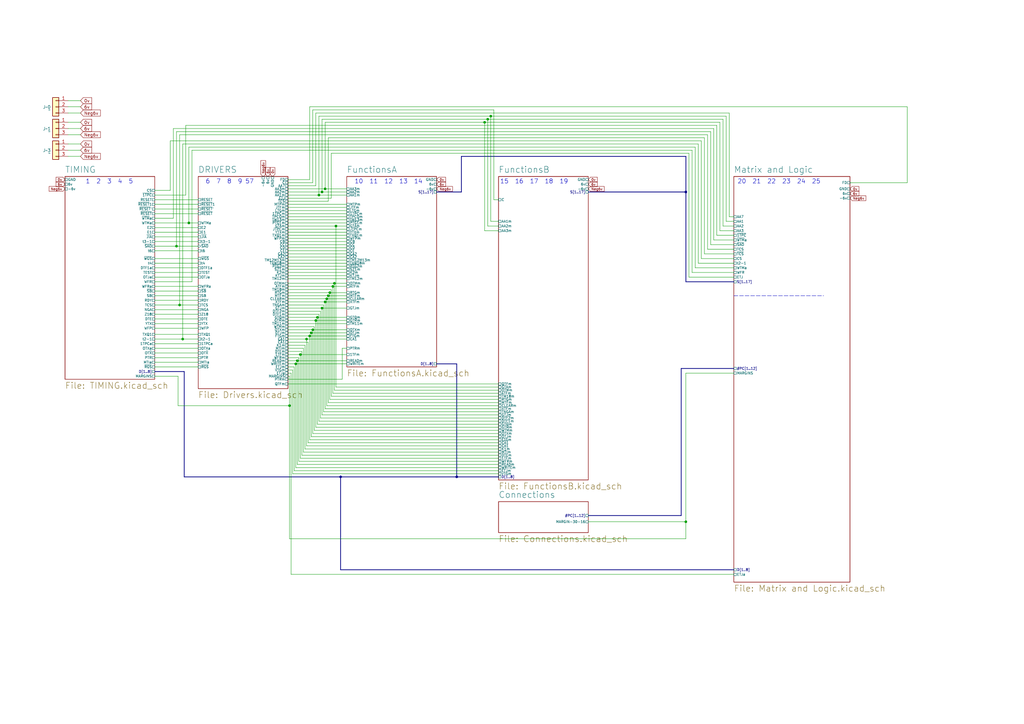
<source format=kicad_sch>
(kicad_sch (version 20211123) (generator eeschema)

  (uuid 7b2f1454-3b91-4a1e-8ccd-c0fb40731838)

  (paper "A3")

  (title_block
    (title "Backplane 2")
    (date "2020-07-20")
  )

  (lib_symbols
    (symbol "Backplane2-rescue:Conn_01x03-Connector_Generic" (pin_names (offset 1.016) hide) (in_bom yes) (on_board yes)
      (property "Reference" "J" (id 0) (at 0 5.08 0)
        (effects (font (size 1.27 1.27)))
      )
      (property "Value" "Conn_01x03-Connector_Generic" (id 1) (at 0 -5.08 0)
        (effects (font (size 1.27 1.27)))
      )
      (property "Footprint" "" (id 2) (at 0 0 0)
        (effects (font (size 1.27 1.27)) hide)
      )
      (property "Datasheet" "" (id 3) (at 0 0 0)
        (effects (font (size 1.27 1.27)) hide)
      )
      (property "ki_fp_filters" "Connector*:*_1x??_*" (id 4) (at 0 0 0)
        (effects (font (size 1.27 1.27)) hide)
      )
      (symbol "Conn_01x03-Connector_Generic_1_1"
        (rectangle (start -1.27 -2.413) (end 0 -2.667)
          (stroke (width 0.1524) (type default) (color 0 0 0 0))
          (fill (type none))
        )
        (rectangle (start -1.27 0.127) (end 0 -0.127)
          (stroke (width 0.1524) (type default) (color 0 0 0 0))
          (fill (type none))
        )
        (rectangle (start -1.27 2.667) (end 0 2.413)
          (stroke (width 0.1524) (type default) (color 0 0 0 0))
          (fill (type none))
        )
        (rectangle (start -1.27 3.81) (end 1.27 -3.81)
          (stroke (width 0.254) (type default) (color 0 0 0 0))
          (fill (type background))
        )
        (pin passive line (at -5.08 2.54 0) (length 3.81)
          (name "Pin_1" (effects (font (size 1.27 1.27))))
          (number "1" (effects (font (size 1.27 1.27))))
        )
        (pin passive line (at -5.08 0 0) (length 3.81)
          (name "Pin_2" (effects (font (size 1.27 1.27))))
          (number "2" (effects (font (size 1.27 1.27))))
        )
        (pin passive line (at -5.08 -2.54 0) (length 3.81)
          (name "Pin_3" (effects (font (size 1.27 1.27))))
          (number "3" (effects (font (size 1.27 1.27))))
        )
      )
    )
  )

  (junction (at 139.7 195.58) (diameter 0) (color 0 0 0 0)
    (uuid 0d510496-c3ce-4e66-a525-950221ae55f5)
  )
  (junction (at 198.755 50.165) (diameter 0) (color 0 0 0 0)
    (uuid 0e770abe-35cd-4fb3-9bb2-7f735fba652e)
  )
  (junction (at 134.62 121.285) (diameter 0) (color 0 0 0 0)
    (uuid 1a197bc7-eca1-436e-a668-e3c3ffeb3571)
  )
  (junction (at 128.27 135.255) (diameter 0) (color 0 0 0 0)
    (uuid 1c143854-262e-4622-be80-4436159ff105)
  )
  (junction (at 133.985 122.555) (diameter 0) (color 0 0 0 0)
    (uuid 1c2acb40-78c2-463b-830b-ef505466cb6d)
  )
  (junction (at 135.255 120.015) (diameter 0) (color 0 0 0 0)
    (uuid 1f7e2b03-66b7-43cd-a8ce-c3ee9afb1ca1)
  )
  (junction (at 132.08 126.365) (diameter 0) (color 0 0 0 0)
    (uuid 2f6b0dc9-a822-4c32-965f-3a56c44f5063)
  )
  (junction (at 73.66 125.095) (diameter 0) (color 0 0 0 0)
    (uuid 36fb68a6-7d07-41c2-b2a8-6ff42572b40f)
  )
  (junction (at 136.525 117.475) (diameter 0) (color 0 0 0 0)
    (uuid 3d39a6be-d9a0-41c8-b301-d6fc63acbd44)
  )
  (junction (at 137.795 92.71) (diameter 0) (color 0 0 0 0)
    (uuid 41aad0b6-748a-4174-9327-cc19c1f63d0c)
  )
  (junction (at 127 137.795) (diameter 0) (color 0 0 0 0)
    (uuid 4a1e7aea-0290-4bb7-9666-68f6882563b3)
  )
  (junction (at 129.54 131.445) (diameter 0) (color 0 0 0 0)
    (uuid 50f8e548-c900-43cf-808e-30b495e4cca0)
  )
  (junction (at 281.305 78.74) (diameter 0) (color 0 0 0 0)
    (uuid 54d24429-1506-4da3-9c74-96ab63723f46)
  )
  (junction (at 74.93 139.065) (diameter 0) (color 0 0 0 0)
    (uuid 708edb09-e170-4c70-af48-b4a23bda46c0)
  )
  (junction (at 118.745 166.37) (diameter 0) (color 0 0 0 0)
    (uuid 775dc6e3-e284-4d1e-83a0-79f8b05a215e)
  )
  (junction (at 133.35 123.825) (diameter 0) (color 0 0 0 0)
    (uuid 786fc1a4-b8bc-4139-9bae-a084448ec98c)
  )
  (junction (at 121.285 149.225) (diameter 0) (color 0 0 0 0)
    (uuid 7988c1f8-2c03-44ee-a69a-e44dcd3d9d71)
  )
  (junction (at 137.16 116.205) (diameter 0) (color 0 0 0 0)
    (uuid 7ac4d112-27fc-4605-8332-6fd8b043a4f2)
  )
  (junction (at 130.175 130.175) (diameter 0) (color 0 0 0 0)
    (uuid 8167c98f-dd87-4910-b6d8-b7b6362f9afa)
  )
  (junction (at 127.635 136.525) (diameter 0) (color 0 0 0 0)
    (uuid 85ca920e-f951-43cb-b7bb-967d07901fd1)
  )
  (junction (at 125.73 139.065) (diameter 0) (color 0 0 0 0)
    (uuid 8ad4e1a7-d0e1-4438-b970-a1f55ddd4893)
  )
  (junction (at 77.47 91.44) (diameter 0) (color 0 0 0 0)
    (uuid 8db22f36-68d0-4a28-8e5d-c84738aeb1cb)
  )
  (junction (at 123.19 145.415) (diameter 0) (color 0 0 0 0)
    (uuid 922c35b1-d2fc-427f-acce-1cd3b8dcfbf5)
  )
  (junction (at 201.295 47.625) (diameter 0) (color 0 0 0 0)
    (uuid 9b12c283-ec51-42d1-83f3-c133559adfd7)
  )
  (junction (at 130.81 80.01) (diameter 0) (color 0 0 0 0)
    (uuid 9d8ada49-1ef7-4400-ae2e-1a6a9dd4b6b4)
  )
  (junction (at 133.35 77.47) (diameter 0) (color 0 0 0 0)
    (uuid a8a4017a-246e-4190-9232-79235a7cbd0a)
  )
  (junction (at 281.305 213.995) (diameter 0) (color 0 0 0 0)
    (uuid b58144aa-0975-4285-8547-f66a2c95f9a5)
  )
  (junction (at 200.025 48.895) (diameter 0) (color 0 0 0 0)
    (uuid bfcad5eb-b08c-4727-8532-7cd6dd7ddab0)
  )
  (junction (at 132.08 78.74) (diameter 0) (color 0 0 0 0)
    (uuid c14171c1-2dfd-48b8-9ab4-8b506caea17d)
  )
  (junction (at 72.39 100.965) (diameter 0) (color 0 0 0 0)
    (uuid c25ca523-ea52-4401-9c57-ac649c116ad9)
  )
  (junction (at 121.92 147.955) (diameter 0) (color 0 0 0 0)
    (uuid c7248f16-9514-4b74-819c-d0c578506983)
  )
  (junction (at 187.325 195.58) (diameter 0) (color 0 0 0 0)
    (uuid cf24bc6f-89db-455d-a331-c230c1b932c8)
  )

  (wire (pts (xy 63.5 139.065) (xy 74.93 139.065))
    (stroke (width 0) (type default) (color 0 0 0 0))
    (uuid 00ac27aa-9aa8-41b5-b4ae-46b36ef29057)
  )
  (wire (pts (xy 120.015 194.31) (xy 120.015 151.765))
    (stroke (width 0) (type default) (color 0 0 0 0))
    (uuid 01122f82-1936-4727-8eb3-ed5a801fa90f)
  )
  (wire (pts (xy 130.81 47.625) (xy 130.81 80.01))
    (stroke (width 0) (type default) (color 0 0 0 0))
    (uuid 01bbd47e-8fed-4af8-ac98-5027b60786d3)
  )
  (wire (pts (xy 290.195 55.245) (xy 73.66 55.245))
    (stroke (width 0) (type default) (color 0 0 0 0))
    (uuid 01c9dd15-ebe9-4868-8d60-19387b650c08)
  )
  (wire (pts (xy 118.11 87.63) (xy 142.24 87.63))
    (stroke (width 0) (type default) (color 0 0 0 0))
    (uuid 03129890-ac3b-4fc7-977d-8dabfb68c92f)
  )
  (wire (pts (xy 78.74 61.595) (xy 78.74 115.57))
    (stroke (width 0) (type default) (color 0 0 0 0))
    (uuid 034159eb-dc6f-4432-9b93-9acd196e86c2)
  )
  (wire (pts (xy 286.385 59.055) (xy 74.93 59.055))
    (stroke (width 0) (type default) (color 0 0 0 0))
    (uuid 03cebf2e-035d-4d2c-9751-6661aee2f760)
  )
  (wire (pts (xy 126.365 181.61) (xy 204.47 181.61))
    (stroke (width 0) (type default) (color 0 0 0 0))
    (uuid 05ab4ece-7700-42a1-b812-bb9fd5cc115b)
  )
  (wire (pts (xy 283.845 111.76) (xy 283.845 61.595))
    (stroke (width 0) (type default) (color 0 0 0 0))
    (uuid 060aa9fe-44ee-4bae-97d8-e1b0167fbeed)
  )
  (wire (pts (xy 63.5 134.62) (xy 81.28 134.62))
    (stroke (width 0) (type default) (color 0 0 0 0))
    (uuid 06205b39-e5ea-42d2-9bc1-1312e4ae1ff7)
  )
  (wire (pts (xy 128.27 74.93) (xy 128.27 45.085))
    (stroke (width 0) (type default) (color 0 0 0 0))
    (uuid 0636abda-df6f-4e77-931b-70c1934ae288)
  )
  (wire (pts (xy 294.005 51.435) (xy 294.005 96.52))
    (stroke (width 0) (type default) (color 0 0 0 0))
    (uuid 063bf13f-0ac9-43f9-a0be-066007dc7d3d)
  )
  (wire (pts (xy 118.11 78.74) (xy 132.08 78.74))
    (stroke (width 0) (type default) (color 0 0 0 0))
    (uuid 066242db-01bc-41f0-a9ad-4ba102f5f073)
  )
  (wire (pts (xy 63.5 87.63) (xy 81.28 87.63))
    (stroke (width 0) (type default) (color 0 0 0 0))
    (uuid 07f9b914-0293-4c57-8587-fc9ced7d5277)
  )
  (wire (pts (xy 118.11 105.41) (xy 142.24 105.41))
    (stroke (width 0) (type default) (color 0 0 0 0))
    (uuid 0d668cae-a6c8-4d2c-8a93-8bf2f6c00517)
  )
  (wire (pts (xy 123.825 186.69) (xy 204.47 186.69))
    (stroke (width 0) (type default) (color 0 0 0 0))
    (uuid 0f08e92e-9b54-4f4e-b801-b57473b62743)
  )
  (wire (pts (xy 124.46 142.875) (xy 118.11 142.875))
    (stroke (width 0) (type default) (color 0 0 0 0))
    (uuid 10d4eae1-1e42-40a7-aa86-6567a9e1baa8)
  )
  (wire (pts (xy 63.5 128.905) (xy 81.28 128.905))
    (stroke (width 0) (type default) (color 0 0 0 0))
    (uuid 146a707c-dfad-440b-8220-f22c37bce105)
  )
  (wire (pts (xy 125.73 182.88) (xy 204.47 182.88))
    (stroke (width 0) (type default) (color 0 0 0 0))
    (uuid 15087254-a5eb-41b7-84be-51f768eee00b)
  )
  (wire (pts (xy 300.99 104.14) (xy 288.925 104.14))
    (stroke (width 0) (type default) (color 0 0 0 0))
    (uuid 15291b4e-15c9-4b3c-ac3e-c5ef12312cea)
  )
  (wire (pts (xy 135.89 62.865) (xy 135.89 81.28))
    (stroke (width 0) (type default) (color 0 0 0 0))
    (uuid 154bae4d-c70e-40c8-b460-8c18e994e740)
  )
  (wire (pts (xy 73.025 154.305) (xy 73.025 166.37))
    (stroke (width 0) (type default) (color 0 0 0 0))
    (uuid 1594eed4-5b0b-4987-bf51-149484d67945)
  )
  (wire (pts (xy 125.73 182.88) (xy 125.73 139.065))
    (stroke (width 0) (type default) (color 0 0 0 0))
    (uuid 1652af11-4ae6-4109-ae74-0d584beae963)
  )
  (wire (pts (xy 120.65 150.495) (xy 118.11 150.495))
    (stroke (width 0) (type default) (color 0 0 0 0))
    (uuid 169e5903-9654-4604-9b9b-364bbbb0fafe)
  )
  (bus (pts (xy 75.565 152.4) (xy 75.565 195.58))
    (stroke (width 0) (type default) (color 0 0 0 0))
    (uuid 1755b658-191f-4b96-904b-c3b1490b0853)
  )

  (wire (pts (xy 125.095 141.605) (xy 125.095 184.15))
    (stroke (width 0) (type default) (color 0 0 0 0))
    (uuid 17b0b4f3-4864-4af0-a309-6c8fd28b11ae)
  )
  (wire (pts (xy 33.02 52.705) (xy 27.94 52.705))
    (stroke (width 0) (type default) (color 0 0 0 0))
    (uuid 17ffc225-3c07-4c6a-ba00-c2be8059abfc)
  )
  (wire (pts (xy 198.755 50.165) (xy 133.35 50.165))
    (stroke (width 0) (type default) (color 0 0 0 0))
    (uuid 19ee884f-3c7e-4672-b58e-d538c81a7d55)
  )
  (wire (pts (xy 63.5 106.045) (xy 81.28 106.045))
    (stroke (width 0) (type default) (color 0 0 0 0))
    (uuid 19ffc91a-e26e-4367-9019-92c5002b59c6)
  )
  (wire (pts (xy 81.28 100.965) (xy 72.39 100.965))
    (stroke (width 0) (type default) (color 0 0 0 0))
    (uuid 1ba3ec4d-c630-4520-8306-4dc642320ba6)
  )
  (wire (pts (xy 63.5 132.715) (xy 81.28 132.715))
    (stroke (width 0) (type default) (color 0 0 0 0))
    (uuid 1f89446c-3b4d-43ad-8584-9a08dbea1db0)
  )
  (wire (pts (xy 122.555 146.685) (xy 118.11 146.685))
    (stroke (width 0) (type default) (color 0 0 0 0))
    (uuid 1f8b761d-fe2e-4ff7-9917-0d7c19354443)
  )
  (wire (pts (xy 204.47 94.615) (xy 198.755 94.615))
    (stroke (width 0) (type default) (color 0 0 0 0))
    (uuid 1fce007b-2d57-4afa-856f-873ab3dc1ba3)
  )
  (wire (pts (xy 204.47 176.53) (xy 128.905 176.53))
    (stroke (width 0) (type default) (color 0 0 0 0))
    (uuid 1fffc40e-613b-4eb1-a2eb-09b0d2e8223d)
  )
  (bus (pts (xy 241.3 211.455) (xy 279.4 211.455))
    (stroke (width 0) (type default) (color 0 0 0 0))
    (uuid 214e261f-eef1-4dba-ab1e-37ce686b32ef)
  )
  (bus (pts (xy 139.7 195.58) (xy 139.7 233.68))
    (stroke (width 0) (type default) (color 0 0 0 0))
    (uuid 216bd9c1-f5c5-4624-82c8-d8cc37648d52)
  )

  (wire (pts (xy 348.615 74.93) (xy 372.11 74.93))
    (stroke (width 0) (type default) (color 0 0 0 0))
    (uuid 21a651d1-4114-479f-99c2-deb3fb369514)
  )
  (wire (pts (xy 63.5 93.345) (xy 81.28 93.345))
    (stroke (width 0) (type default) (color 0 0 0 0))
    (uuid 21cd0b5a-5fce-4fe5-a5a4-48fe078a8f9d)
  )
  (wire (pts (xy 135.89 162.56) (xy 135.89 118.745))
    (stroke (width 0) (type default) (color 0 0 0 0))
    (uuid 22d27f9a-aa42-443e-a702-f627ad3af468)
  )
  (wire (pts (xy 63.5 154.305) (xy 73.025 154.305))
    (stroke (width 0) (type default) (color 0 0 0 0))
    (uuid 2486abfd-9a6b-425f-be4a-315cd5f925be)
  )
  (wire (pts (xy 285.115 109.855) (xy 285.115 60.325))
    (stroke (width 0) (type default) (color 0 0 0 0))
    (uuid 249d5548-833f-4e65-98e1-944b171cec0e)
  )
  (wire (pts (xy 123.19 145.415) (xy 142.24 145.415))
    (stroke (width 0) (type default) (color 0 0 0 0))
    (uuid 257ce619-7ce7-4acf-ac04-d371e4dcd2f7)
  )
  (wire (pts (xy 63.5 111.76) (xy 81.28 111.76))
    (stroke (width 0) (type default) (color 0 0 0 0))
    (uuid 258ea803-ff0d-43f8-8db3-f17c9dcbaa9f)
  )
  (wire (pts (xy 125.73 139.065) (xy 142.24 139.065))
    (stroke (width 0) (type default) (color 0 0 0 0))
    (uuid 26599269-2b02-4f42-93a2-e6753540987e)
  )
  (wire (pts (xy 295.275 50.165) (xy 198.755 50.165))
    (stroke (width 0) (type default) (color 0 0 0 0))
    (uuid 2672fdc9-0202-4ae2-a533-9e6904a5b674)
  )
  (wire (pts (xy 204.47 161.29) (xy 136.525 161.29))
    (stroke (width 0) (type default) (color 0 0 0 0))
    (uuid 27e62e66-ab92-4c4d-8efe-1ce1f9c33b37)
  )
  (wire (pts (xy 74.93 139.065) (xy 81.28 139.065))
    (stroke (width 0) (type default) (color 0 0 0 0))
    (uuid 2839979b-1552-4f4c-98dc-da4459b52535)
  )
  (wire (pts (xy 142.24 132.715) (xy 118.11 132.715))
    (stroke (width 0) (type default) (color 0 0 0 0))
    (uuid 283b440e-432d-41e6-aaaa-508b78e21f60)
  )
  (bus (pts (xy 241.3 78.74) (xy 281.305 78.74))
    (stroke (width 0) (type default) (color 0 0 0 0))
    (uuid 2c7b093e-79cc-4999-bbc2-297b7571bcd9)
  )

  (wire (pts (xy 204.47 189.23) (xy 122.555 189.23))
    (stroke (width 0) (type default) (color 0 0 0 0))
    (uuid 2f29d50c-0c1c-49fe-a9a2-720b881ee57a)
  )
  (wire (pts (xy 133.985 122.555) (xy 118.11 122.555))
    (stroke (width 0) (type default) (color 0 0 0 0))
    (uuid 31abb727-22cd-48f8-8204-876939963849)
  )
  (wire (pts (xy 63.5 121.285) (xy 81.28 121.285))
    (stroke (width 0) (type default) (color 0 0 0 0))
    (uuid 31cb8091-1802-4e9e-a93c-6a701a4059d8)
  )
  (wire (pts (xy 202.565 81.915) (xy 204.47 81.915))
    (stroke (width 0) (type default) (color 0 0 0 0))
    (uuid 31df631a-9a8c-43fa-a972-e0c8a9b2c42c)
  )
  (wire (pts (xy 291.465 100.33) (xy 291.465 53.975))
    (stroke (width 0) (type default) (color 0 0 0 0))
    (uuid 3216d22e-b49c-4084-8649-5fa44a2eb798)
  )
  (wire (pts (xy 118.11 92.71) (xy 137.795 92.71))
    (stroke (width 0) (type default) (color 0 0 0 0))
    (uuid 333013d7-d672-4f8b-92dd-75ed7ea23c1d)
  )
  (wire (pts (xy 204.47 185.42) (xy 124.46 185.42))
    (stroke (width 0) (type default) (color 0 0 0 0))
    (uuid 33ec4747-99af-4f6d-a514-c2ca2b06c775)
  )
  (wire (pts (xy 63.5 146.685) (xy 81.28 146.685))
    (stroke (width 0) (type default) (color 0 0 0 0))
    (uuid 34250973-bd59-42e4-822d-87f40c052849)
  )
  (bus (pts (xy 300.99 151.13) (xy 279.4 151.13))
    (stroke (width 0) (type default) (color 0 0 0 0))
    (uuid 35154e04-44fb-4aab-abd5-0315123bf072)
  )

  (wire (pts (xy 77.47 60.325) (xy 77.47 91.44))
    (stroke (width 0) (type default) (color 0 0 0 0))
    (uuid 355af328-bab9-4e11-b222-d2051487ec44)
  )
  (wire (pts (xy 132.08 48.895) (xy 200.025 48.895))
    (stroke (width 0) (type default) (color 0 0 0 0))
    (uuid 35e0c7f0-9dd5-4aa3-9023-22adc0cb8492)
  )
  (wire (pts (xy 63.5 109.855) (xy 81.28 109.855))
    (stroke (width 0) (type default) (color 0 0 0 0))
    (uuid 35eefe8c-9b9c-42ba-9f39-fcff7ad33698)
  )
  (wire (pts (xy 133.35 167.64) (xy 133.35 123.825))
    (stroke (width 0) (type default) (color 0 0 0 0))
    (uuid 361b0096-35a8-4c9a-a427-063d1f5a0fad)
  )
  (wire (pts (xy 128.27 177.8) (xy 128.27 135.255))
    (stroke (width 0) (type default) (color 0 0 0 0))
    (uuid 3636af96-1fc2-45c2-a785-395224a842cd)
  )
  (wire (pts (xy 118.11 86.36) (xy 142.24 86.36))
    (stroke (width 0) (type default) (color 0 0 0 0))
    (uuid 370f8896-d88e-44c3-9014-c91f0dddc3d5)
  )
  (wire (pts (xy 63.5 144.78) (xy 81.28 144.78))
    (stroke (width 0) (type default) (color 0 0 0 0))
    (uuid 37353edf-608f-47d8-9aab-b0bf82e2fe88)
  )
  (wire (pts (xy 204.47 160.02) (xy 137.16 160.02))
    (stroke (width 0) (type default) (color 0 0 0 0))
    (uuid 37875fda-9ef4-4339-b59b-96aa69d0b5c2)
  )
  (wire (pts (xy 122.555 189.23) (xy 122.555 146.685))
    (stroke (width 0) (type default) (color 0 0 0 0))
    (uuid 37974f13-07da-4a90-b37d-e3456f80279e)
  )
  (wire (pts (xy 63.5 91.44) (xy 77.47 91.44))
    (stroke (width 0) (type default) (color 0 0 0 0))
    (uuid 37c91b9d-0e25-491d-9a51-a9870e48bcf6)
  )
  (wire (pts (xy 63.5 89.535) (xy 71.12 89.535))
    (stroke (width 0) (type default) (color 0 0 0 0))
    (uuid 388e3a26-fea7-4354-bcec-9f1ebc0b3557)
  )
  (wire (pts (xy 204.47 157.48) (xy 118.11 157.48))
    (stroke (width 0) (type default) (color 0 0 0 0))
    (uuid 3a310c09-270e-4878-bb43-7b01749b3150)
  )
  (wire (pts (xy 287.655 57.785) (xy 287.655 106.045))
    (stroke (width 0) (type default) (color 0 0 0 0))
    (uuid 3a4c8242-8f58-4a31-9141-3c359626fcf0)
  )
  (wire (pts (xy 132.08 170.18) (xy 132.08 126.365))
    (stroke (width 0) (type default) (color 0 0 0 0))
    (uuid 3aee6a18-715f-4e7c-81cd-3397de70c014)
  )
  (wire (pts (xy 71.12 52.705) (xy 71.12 89.535))
    (stroke (width 0) (type default) (color 0 0 0 0))
    (uuid 3b3a071e-102d-4cee-8541-e807f7516113)
  )
  (wire (pts (xy 291.465 53.975) (xy 72.39 53.975))
    (stroke (width 0) (type default) (color 0 0 0 0))
    (uuid 3be24c01-744d-4c7d-8d4e-e50ad77105cf)
  )
  (wire (pts (xy 118.11 88.9) (xy 142.24 88.9))
    (stroke (width 0) (type default) (color 0 0 0 0))
    (uuid 3be7642a-b497-41a1-b7e3-b85ff8d996d0)
  )
  (wire (pts (xy 118.11 99.06) (xy 142.24 99.06))
    (stroke (width 0) (type default) (color 0 0 0 0))
    (uuid 3bfd9a88-8d53-466a-ade0-b819d060e1e7)
  )
  (wire (pts (xy 63.5 150.495) (xy 81.28 150.495))
    (stroke (width 0) (type default) (color 0 0 0 0))
    (uuid 3c3771a0-0520-45b9-996d-9359d75e8cf2)
  )
  (wire (pts (xy 118.11 153.035) (xy 119.38 153.035))
    (stroke (width 0) (type default) (color 0 0 0 0))
    (uuid 3c55a72d-d057-4182-b037-8d68fb64bafb)
  )
  (wire (pts (xy 27.94 61.595) (xy 33.02 61.595))
    (stroke (width 0) (type default) (color 0 0 0 0))
    (uuid 3c7cb614-4b23-4f21-96b1-f65ed0d45346)
  )
  (bus (pts (xy 187.325 195.58) (xy 204.47 195.58))
    (stroke (width 0) (type default) (color 0 0 0 0))
    (uuid 3fdc7b58-5caf-46c2-aaf4-1f81fbed3168)
  )

  (wire (pts (xy 290.195 102.235) (xy 290.195 55.245))
    (stroke (width 0) (type default) (color 0 0 0 0))
    (uuid 40905a42-5f28-4364-b2c3-31e126a77d69)
  )
  (wire (pts (xy 142.24 123.825) (xy 133.35 123.825))
    (stroke (width 0) (type default) (color 0 0 0 0))
    (uuid 41955925-cd21-494e-8fa9-8325473015ec)
  )
  (wire (pts (xy 295.275 94.615) (xy 295.275 50.165))
    (stroke (width 0) (type default) (color 0 0 0 0))
    (uuid 44955dec-43a6-47f3-b4df-76a42a77c5d5)
  )
  (wire (pts (xy 204.47 166.37) (xy 133.985 166.37))
    (stroke (width 0) (type default) (color 0 0 0 0))
    (uuid 45d53915-4788-45da-8f49-c09f79d5c61d)
  )
  (wire (pts (xy 201.295 47.625) (xy 297.815 47.625))
    (stroke (width 0) (type default) (color 0 0 0 0))
    (uuid 461cf52a-88c1-41a4-9d7f-1d3b2b28c6de)
  )
  (wire (pts (xy 204.47 170.18) (xy 132.08 170.18))
    (stroke (width 0) (type default) (color 0 0 0 0))
    (uuid 463c14ec-25f6-4c55-9b5a-1d4fbe1f946f)
  )
  (wire (pts (xy 118.11 113.03) (xy 142.24 113.03))
    (stroke (width 0) (type default) (color 0 0 0 0))
    (uuid 48b246a8-b695-4fed-8066-50e4cea74527)
  )
  (wire (pts (xy 118.745 220.98) (xy 281.305 220.98))
    (stroke (width 0) (type default) (color 0 0 0 0))
    (uuid 48b6436b-1c95-47ed-8238-9fe434077fc9)
  )
  (wire (pts (xy 204.47 190.5) (xy 121.92 190.5))
    (stroke (width 0) (type default) (color 0 0 0 0))
    (uuid 48bca1d0-cd7b-42c8-a454-23877d574ee2)
  )
  (wire (pts (xy 63.5 80.01) (xy 76.2 80.01))
    (stroke (width 0) (type default) (color 0 0 0 0))
    (uuid 4952c891-a73c-43da-8baf-88dcefdd12f3)
  )
  (wire (pts (xy 134.62 121.285) (xy 142.24 121.285))
    (stroke (width 0) (type default) (color 0 0 0 0))
    (uuid 49d6fa09-3212-4e6d-a2a2-63b5700de300)
  )
  (wire (pts (xy 134.62 165.1) (xy 134.62 121.285))
    (stroke (width 0) (type default) (color 0 0 0 0))
    (uuid 4a3f7bdb-ff69-4369-beb1-130ce66f11b2)
  )
  (wire (pts (xy 76.2 51.435) (xy 294.005 51.435))
    (stroke (width 0) (type default) (color 0 0 0 0))
    (uuid 4df7e06f-b799-4629-a07d-c123f72ac4e6)
  )
  (wire (pts (xy 118.745 166.37) (xy 118.745 220.98))
    (stroke (width 0) (type default) (color 0 0 0 0))
    (uuid 4eea437c-5759-4f43-935b-e55edb60001c)
  )
  (wire (pts (xy 118.11 147.955) (xy 121.92 147.955))
    (stroke (width 0) (type default) (color 0 0 0 0))
    (uuid 4f61ec8f-20ae-4913-abcf-777f16d24e84)
  )
  (wire (pts (xy 123.825 144.145) (xy 123.825 186.69))
    (stroke (width 0) (type default) (color 0 0 0 0))
    (uuid 50ed185a-024b-405f-9106-fd8899f5dec0)
  )
  (wire (pts (xy 290.195 102.235) (xy 300.99 102.235))
    (stroke (width 0) (type default) (color 0 0 0 0))
    (uuid 51987cba-c009-4788-aa66-5523b149fa84)
  )
  (wire (pts (xy 300.99 94.615) (xy 295.275 94.615))
    (stroke (width 0) (type default) (color 0 0 0 0))
    (uuid 52f4e40f-1497-4c58-9308-ef8655dc7f8c)
  )
  (wire (pts (xy 299.085 88.9) (xy 299.085 46.355))
    (stroke (width 0) (type default) (color 0 0 0 0))
    (uuid 530a4dd1-a7f0-4e20-97d7-efdeba797263)
  )
  (wire (pts (xy 133.35 123.825) (xy 118.11 123.825))
    (stroke (width 0) (type default) (color 0 0 0 0))
    (uuid 533a6432-9833-4e48-b296-a73a7d8a3177)
  )
  (wire (pts (xy 121.92 147.955) (xy 142.24 147.955))
    (stroke (width 0) (type default) (color 0 0 0 0))
    (uuid 536854cf-97d0-4197-918d-c75f31e21878)
  )
  (wire (pts (xy 63.5 107.95) (xy 81.28 107.95))
    (stroke (width 0) (type default) (color 0 0 0 0))
    (uuid 5551419b-203f-4449-9dee-e3e26db9791a)
  )
  (wire (pts (xy 118.11 83.82) (xy 142.24 83.82))
    (stroke (width 0) (type default) (color 0 0 0 0))
    (uuid 55e4250c-5b54-4655-aad3-762897a6bbb2)
  )
  (wire (pts (xy 63.5 102.87) (xy 81.28 102.87))
    (stroke (width 0) (type default) (color 0 0 0 0))
    (uuid 56af505b-d116-44a2-9af7-0ed1b9599944)
  )
  (wire (pts (xy 283.845 61.595) (xy 78.74 61.595))
    (stroke (width 0) (type default) (color 0 0 0 0))
    (uuid 56d0724f-d2de-4e91-b4e6-f2ac3964f776)
  )
  (wire (pts (xy 142.24 149.225) (xy 121.285 149.225))
    (stroke (width 0) (type default) (color 0 0 0 0))
    (uuid 599b006a-f535-4a6e-a916-e507b37500ab)
  )
  (wire (pts (xy 73.66 55.245) (xy 73.66 125.095))
    (stroke (width 0) (type default) (color 0 0 0 0))
    (uuid 5a00c0eb-49de-42cf-b04c-017bf2787ae1)
  )
  (wire (pts (xy 63.5 97.155) (xy 81.28 97.155))
    (stroke (width 0) (type default) (color 0 0 0 0))
    (uuid 5a73eb30-d901-4fd1-a984-ecb762104e22)
  )
  (wire (pts (xy 118.11 130.175) (xy 130.175 130.175))
    (stroke (width 0) (type default) (color 0 0 0 0))
    (uuid 5b093ec5-b7dc-4285-806f-3d98b7768aa2)
  )
  (wire (pts (xy 63.5 95.25) (xy 81.28 95.25))
    (stroke (width 0) (type default) (color 0 0 0 0))
    (uuid 5b942547-8731-4559-9993-63511dfcd60d)
  )
  (wire (pts (xy 135.255 120.015) (xy 142.24 120.015))
    (stroke (width 0) (type default) (color 0 0 0 0))
    (uuid 5c23149a-888a-450e-ace1-3edabc3cbd33)
  )
  (wire (pts (xy 132.08 78.74) (xy 142.24 78.74))
    (stroke (width 0) (type default) (color 0 0 0 0))
    (uuid 5dcb21ea-8ab6-4887-b9df-a3ae745e618d)
  )
  (wire (pts (xy 137.795 92.71) (xy 142.24 92.71))
    (stroke (width 0) (type default) (color 0 0 0 0))
    (uuid 5e781914-a418-4cc3-9753-14f82c957d6e)
  )
  (wire (pts (xy 118.11 102.87) (xy 142.24 102.87))
    (stroke (width 0) (type default) (color 0 0 0 0))
    (uuid 5ee3a57d-2063-4710-8a98-85ff4b91f234)
  )
  (wire (pts (xy 294.005 96.52) (xy 300.99 96.52))
    (stroke (width 0) (type default) (color 0 0 0 0))
    (uuid 601cb15f-2dda-4051-bc2e-364261f387bc)
  )
  (wire (pts (xy 299.085 88.9) (xy 300.99 88.9))
    (stroke (width 0) (type default) (color 0 0 0 0))
    (uuid 607ff5c4-0333-4a33-ac97-0a0deb3caf39)
  )
  (wire (pts (xy 118.11 154.305) (xy 118.745 154.305))
    (stroke (width 0) (type default) (color 0 0 0 0))
    (uuid 61424127-a627-4b4d-b789-e09f46912a4e)
  )
  (wire (pts (xy 282.575 62.865) (xy 135.89 62.865))
    (stroke (width 0) (type default) (color 0 0 0 0))
    (uuid 647afff5-6b94-412b-bc47-f2ebea9bd396)
  )
  (wire (pts (xy 137.795 158.75) (xy 137.795 92.71))
    (stroke (width 0) (type default) (color 0 0 0 0))
    (uuid 64d9f5bf-14d8-4ad9-9b9b-7baf03d2ac9b)
  )
  (polyline (pts (xy 300.99 121.285) (xy 337.82 121.285))
    (stroke (width 0) (type default) (color 0 0 0 0))
    (uuid 6519d754-f466-4623-8f20-e73e89658819)
  )

  (wire (pts (xy 128.27 45.085) (xy 202.565 45.085))
    (stroke (width 0) (type default) (color 0 0 0 0))
    (uuid 6555758a-67c5-41b3-81f1-6cc56398f66b)
  )
  (wire (pts (xy 128.27 135.255) (xy 142.24 135.255))
    (stroke (width 0) (type default) (color 0 0 0 0))
    (uuid 6580c8b6-6051-4a6c-9765-a6ed231867ea)
  )
  (bus (pts (xy 189.23 78.74) (xy 179.07 78.74))
    (stroke (width 0) (type default) (color 0 0 0 0))
    (uuid 667e84ba-b5d4-4ba2-a020-ecd9a42992bc)
  )

  (wire (pts (xy 135.89 81.28) (xy 118.11 81.28))
    (stroke (width 0) (type default) (color 0 0 0 0))
    (uuid 66f18bab-83f8-4c78-a7c0-ef6eefd1d8a7)
  )
  (wire (pts (xy 300.99 90.805) (xy 297.815 90.805))
    (stroke (width 0) (type default) (color 0 0 0 0))
    (uuid 670c2168-6510-466c-8654-45c741d48986)
  )
  (wire (pts (xy 142.24 137.795) (xy 127 137.795))
    (stroke (width 0) (type default) (color 0 0 0 0))
    (uuid 6725bf43-6d27-46ed-86d5-d9e27692122b)
  )
  (wire (pts (xy 72.39 53.975) (xy 72.39 100.965))
    (stroke (width 0) (type default) (color 0 0 0 0))
    (uuid 676e9a81-0577-4f07-9cc5-45de766d2148)
  )
  (wire (pts (xy 131.445 127.635) (xy 118.11 127.635))
    (stroke (width 0) (type default) (color 0 0 0 0))
    (uuid 68126141-64b3-4ded-acdb-2be1075bf3bf)
  )
  (wire (pts (xy 127 43.815) (xy 372.11 43.815))
    (stroke (width 0) (type default) (color 0 0 0 0))
    (uuid 682a44ce-d634-4543-8477-58654fc76dd5)
  )
  (wire (pts (xy 118.11 145.415) (xy 123.19 145.415))
    (stroke (width 0) (type default) (color 0 0 0 0))
    (uuid 68e71674-99ce-4ea5-af03-7c00bd1eae1a)
  )
  (wire (pts (xy 133.35 50.165) (xy 133.35 77.47))
    (stroke (width 0) (type default) (color 0 0 0 0))
    (uuid 696347fa-23fc-46d6-a9be-a49e92a83319)
  )
  (wire (pts (xy 135.89 118.745) (xy 118.11 118.745))
    (stroke (width 0) (type default) (color 0 0 0 0))
    (uuid 6b882ecc-e41e-44ae-9094-01afe6b69b24)
  )
  (wire (pts (xy 118.11 73.66) (xy 127 73.66))
    (stroke (width 0) (type default) (color 0 0 0 0))
    (uuid 6c0e7aa8-cab4-4a19-b96a-32b70042beb8)
  )
  (wire (pts (xy 126.365 140.335) (xy 126.365 181.61))
    (stroke (width 0) (type default) (color 0 0 0 0))
    (uuid 6c5ee576-fea9-4e6c-a0e9-6d5b7b019282)
  )
  (wire (pts (xy 63.5 130.81) (xy 81.28 130.81))
    (stroke (width 0) (type default) (color 0 0 0 0))
    (uuid 6cf51fb3-a7f7-483b-97de-0abf8647e318)
  )
  (wire (pts (xy 292.735 52.705) (xy 71.12 52.705))
    (stroke (width 0) (type default) (color 0 0 0 0))
    (uuid 6e5e9171-d6bb-4cde-87c6-67a4bbf27ae5)
  )
  (wire (pts (xy 125.095 184.15) (xy 204.47 184.15))
    (stroke (width 0) (type default) (color 0 0 0 0))
    (uuid 6f71e88c-1376-4410-beb6-49b3edad2e4f)
  )
  (wire (pts (xy 33.02 46.355) (xy 27.94 46.355))
    (stroke (width 0) (type default) (color 0 0 0 0))
    (uuid 6ff5c75a-ec2b-4ca2-bd91-74c5b642023f)
  )
  (wire (pts (xy 118.11 97.79) (xy 142.24 97.79))
    (stroke (width 0) (type default) (color 0 0 0 0))
    (uuid 7030f714-b190-44f6-96b2-9bc1c0f77f40)
  )
  (wire (pts (xy 118.11 111.76) (xy 142.24 111.76))
    (stroke (width 0) (type default) (color 0 0 0 0))
    (uuid 716a1da5-5565-4fbe-b1c8-a739f09be87f)
  )
  (wire (pts (xy 127 73.66) (xy 127 43.815))
    (stroke (width 0) (type default) (color 0 0 0 0))
    (uuid 72640ae4-af87-4915-b62e-793faa4b1bcb)
  )
  (wire (pts (xy 73.025 166.37) (xy 118.745 166.37))
    (stroke (width 0) (type default) (color 0 0 0 0))
    (uuid 737739b0-d8b7-4b66-93ce-ad57151d460a)
  )
  (wire (pts (xy 118.11 90.17) (xy 142.24 90.17))
    (stroke (width 0) (type default) (color 0 0 0 0))
    (uuid 7401a4cb-b9f6-4516-aa6e-f92fddb5c7f6)
  )
  (wire (pts (xy 133.35 77.47) (xy 142.24 77.47))
    (stroke (width 0) (type default) (color 0 0 0 0))
    (uuid 74951f3d-47fd-4fdd-a9c3-a165d9b86ce1)
  )
  (bus (pts (xy 63.5 152.4) (xy 75.565 152.4))
    (stroke (width 0) (type default) (color 0 0 0 0))
    (uuid 74bab2da-ff6c-455c-9741-96801740b7e7)
  )

  (wire (pts (xy 118.11 91.44) (xy 142.24 91.44))
    (stroke (width 0) (type default) (color 0 0 0 0))
    (uuid 75dcd182-8e79-4dc2-b4d4-271ca6e484a2)
  )
  (wire (pts (xy 288.925 104.14) (xy 288.925 56.515))
    (stroke (width 0) (type default) (color 0 0 0 0))
    (uuid 76ae00e4-b890-48e4-8f89-dc0adeca0c25)
  )
  (wire (pts (xy 63.5 125.095) (xy 73.66 125.095))
    (stroke (width 0) (type default) (color 0 0 0 0))
    (uuid 771b8baf-3224-42d4-babf-8a564fde6403)
  )
  (wire (pts (xy 135.255 163.83) (xy 135.255 120.015))
    (stroke (width 0) (type default) (color 0 0 0 0))
    (uuid 777740e5-e6dc-4e09-9f86-c9b958e46a5d)
  )
  (wire (pts (xy 127.635 136.525) (xy 142.24 136.525))
    (stroke (width 0) (type default) (color 0 0 0 0))
    (uuid 778425a3-419d-4d17-91e7-ab76ff793d4d)
  )
  (wire (pts (xy 128.905 133.985) (xy 118.11 133.985))
    (stroke (width 0) (type default) (color 0 0 0 0))
    (uuid 77c26697-fdb3-4ada-bf42-45e760870584)
  )
  (bus (pts (xy 139.7 195.58) (xy 187.325 195.58))
    (stroke (width 0) (type default) (color 0 0 0 0))
    (uuid 783178ba-458f-4f16-9e59-97f7d9c9ba0c)
  )

  (wire (pts (xy 204.47 175.26) (xy 129.54 175.26))
    (stroke (width 0) (type default) (color 0 0 0 0))
    (uuid 78ba996e-4c35-4ea3-8277-e7bb24fa5789)
  )
  (wire (pts (xy 281.305 220.98) (xy 281.305 213.995))
    (stroke (width 0) (type default) (color 0 0 0 0))
    (uuid 79e2dc4c-66c5-4816-bc70-e7fc8dc5ca07)
  )
  (wire (pts (xy 118.11 135.255) (xy 128.27 135.255))
    (stroke (width 0) (type default) (color 0 0 0 0))
    (uuid 7a2f564a-8299-48db-bae2-6435c84fadad)
  )
  (wire (pts (xy 63.5 78.105) (xy 69.85 78.105))
    (stroke (width 0) (type default) (color 0 0 0 0))
    (uuid 7b46d029-84b8-4f45-bd1c-61c6bb948e0b)
  )
  (wire (pts (xy 204.47 187.96) (xy 123.19 187.96))
    (stroke (width 0) (type default) (color 0 0 0 0))
    (uuid 7dfb1ded-4844-4c94-a4d2-8f3741c284f3)
  )
  (wire (pts (xy 33.02 50.165) (xy 27.94 50.165))
    (stroke (width 0) (type default) (color 0 0 0 0))
    (uuid 7f224b88-9257-4a30-9ad1-10efe245f3fc)
  )
  (wire (pts (xy 137.16 116.205) (xy 118.11 116.205))
    (stroke (width 0) (type default) (color 0 0 0 0))
    (uuid 7f3691e1-c013-45f0-bce1-8375780214aa)
  )
  (wire (pts (xy 118.11 109.22) (xy 142.24 109.22))
    (stroke (width 0) (type default) (color 0 0 0 0))
    (uuid 8005f4f0-fcb8-49c6-9231-cbedc21e4d1e)
  )
  (wire (pts (xy 300.99 92.71) (xy 296.545 92.71))
    (stroke (width 0) (type default) (color 0 0 0 0))
    (uuid 80102550-5dfa-4723-be12-12a6ed36dfc5)
  )
  (bus (pts (xy 75.565 195.58) (xy 139.7 195.58))
    (stroke (width 0) (type default) (color 0 0 0 0))
    (uuid 83cefb05-cce2-4ace-8ccb-7a1c21f1f94b)
  )

  (wire (pts (xy 124.46 185.42) (xy 124.46 142.875))
    (stroke (width 0) (type default) (color 0 0 0 0))
    (uuid 85180611-7b56-4eec-b4d0-836fe83d1a61)
  )
  (wire (pts (xy 204.47 193.04) (xy 120.65 193.04))
    (stroke (width 0) (type default) (color 0 0 0 0))
    (uuid 85abc898-5cd1-45eb-ae0c-8d16a1b2fc59)
  )
  (wire (pts (xy 118.11 117.475) (xy 136.525 117.475))
    (stroke (width 0) (type default) (color 0 0 0 0))
    (uuid 869be008-73dd-471f-bab4-fe1663a49f23)
  )
  (wire (pts (xy 33.02 59.055) (xy 27.94 59.055))
    (stroke (width 0) (type default) (color 0 0 0 0))
    (uuid 88654c6f-4ee3-4bb1-84aa-a13e95fe46ef)
  )
  (wire (pts (xy 63.5 85.725) (xy 81.28 85.725))
    (stroke (width 0) (type default) (color 0 0 0 0))
    (uuid 8b5f3d6f-141a-4d69-aaeb-3fec64166051)
  )
  (wire (pts (xy 129.54 131.445) (xy 142.24 131.445))
    (stroke (width 0) (type default) (color 0 0 0 0))
    (uuid 8eb91e7d-0cb0-4e47-be13-658a55a9702a)
  )
  (wire (pts (xy 130.81 128.905) (xy 118.11 128.905))
    (stroke (width 0) (type default) (color 0 0 0 0))
    (uuid 8fb685d2-3cd7-416c-b7ad-5ced9fb4ade0)
  )
  (wire (pts (xy 140.335 142.875) (xy 142.24 142.875))
    (stroke (width 0) (type default) (color 0 0 0 0))
    (uuid 8fc99e05-2161-4e18-ab57-8644b028eab6)
  )
  (wire (pts (xy 292.735 98.425) (xy 292.735 52.705))
    (stroke (width 0) (type default) (color 0 0 0 0))
    (uuid 90b7516a-8257-4177-9470-30c7f43f7d9f)
  )
  (wire (pts (xy 204.47 158.75) (xy 137.795 158.75))
    (stroke (width 0) (type default) (color 0 0 0 0))
    (uuid 91d85833-756d-42fc-a73b-7fdacc6a9990)
  )
  (wire (pts (xy 63.5 99.06) (xy 81.28 99.06))
    (stroke (width 0) (type default) (color 0 0 0 0))
    (uuid 93fb9e4a-d392-4058-b995-9c8a4637290f)
  )
  (wire (pts (xy 287.655 106.045) (xy 300.99 106.045))
    (stroke (width 0) (type default) (color 0 0 0 0))
    (uuid 9427b0dc-8779-4cce-80c2-34f8a406983f)
  )
  (wire (pts (xy 76.2 80.01) (xy 76.2 51.435))
    (stroke (width 0) (type default) (color 0 0 0 0))
    (uuid 95d2fcd0-5e93-4059-8292-f73e7611a022)
  )
  (wire (pts (xy 296.545 48.895) (xy 200.025 48.895))
    (stroke (width 0) (type default) (color 0 0 0 0))
    (uuid 9619adfa-f165-4ede-94ba-b3b336acad2b)
  )
  (wire (pts (xy 202.565 45.085) (xy 202.565 81.915))
    (stroke (width 0) (type default) (color 0 0 0 0))
    (uuid 96c3e801-e90b-4796-be4d-20c37832bcbb)
  )
  (wire (pts (xy 69.85 78.105) (xy 69.85 57.785))
    (stroke (width 0) (type default) (color 0 0 0 0))
    (uuid 96efb6a4-27bf-49e9-a445-a1612e2afe8a)
  )
  (wire (pts (xy 133.985 166.37) (xy 133.985 122.555))
    (stroke (width 0) (type default) (color 0 0 0 0))
    (uuid 9716f3b2-ebaf-4f47-aa6d-62401fe709bf)
  )
  (wire (pts (xy 118.11 101.6) (xy 142.24 101.6))
    (stroke (width 0) (type default) (color 0 0 0 0))
    (uuid 9896a513-46ae-4eae-972a-cbd5430925df)
  )
  (wire (pts (xy 142.24 114.3) (xy 118.11 114.3))
    (stroke (width 0) (type default) (color 0 0 0 0))
    (uuid 98f0e746-b825-4579-9435-c3952f4cec19)
  )
  (wire (pts (xy 130.175 130.175) (xy 142.24 130.175))
    (stroke (width 0) (type default) (color 0 0 0 0))
    (uuid 9abed469-bcf0-4447-bdf7-9ca372c0b235)
  )
  (wire (pts (xy 130.81 47.625) (xy 201.295 47.625))
    (stroke (width 0) (type default) (color 0 0 0 0))
    (uuid 9b42381a-787a-4985-a933-de65681567c1)
  )
  (wire (pts (xy 204.47 179.07) (xy 127.635 179.07))
    (stroke (width 0) (type default) (color 0 0 0 0))
    (uuid 9df2de47-e708-4095-a2ef-267459b16f76)
  )
  (wire (pts (xy 119.38 235.585) (xy 300.99 235.585))
    (stroke (width 0) (type default) (color 0 0 0 0))
    (uuid 9eacca47-ac5b-451a-96de-a14b45f38836)
  )
  (wire (pts (xy 119.38 153.035) (xy 119.38 235.585))
    (stroke (width 0) (type default) (color 0 0 0 0))
    (uuid a0466a34-9d8a-45d8-b5f8-0621e6127c30)
  )
  (wire (pts (xy 131.445 171.45) (xy 131.445 127.635))
    (stroke (width 0) (type default) (color 0 0 0 0))
    (uuid a097d30f-6b74-40e5-8b83-af504a4e56f6)
  )
  (wire (pts (xy 132.715 125.095) (xy 118.11 125.095))
    (stroke (width 0) (type default) (color 0 0 0 0))
    (uuid a09cb2a3-9573-4f5e-8fb9-8bf92a8437f2)
  )
  (wire (pts (xy 118.11 144.145) (xy 123.825 144.145))
    (stroke (width 0) (type default) (color 0 0 0 0))
    (uuid a2d41741-ebb7-4964-9ee1-ff143496791e)
  )
  (wire (pts (xy 118.11 140.335) (xy 126.365 140.335))
    (stroke (width 0) (type default) (color 0 0 0 0))
    (uuid a31b48d6-1c6c-4d56-88c8-43e4fdb2db66)
  )
  (wire (pts (xy 282.575 113.665) (xy 282.575 62.865))
    (stroke (width 0) (type default) (color 0 0 0 0))
    (uuid a376e3ae-5090-4f1a-bcd2-b4862e6e05f0)
  )
  (wire (pts (xy 204.47 162.56) (xy 135.89 162.56))
    (stroke (width 0) (type default) (color 0 0 0 0))
    (uuid a48f77f2-9d64-4ed4-9222-7be9ee257f49)
  )
  (wire (pts (xy 129.54 46.355) (xy 129.54 76.2))
    (stroke (width 0) (type default) (color 0 0 0 0))
    (uuid a5773447-5b92-41d5-84f1-4e79d8125ada)
  )
  (wire (pts (xy 118.11 155.575) (xy 140.335 155.575))
    (stroke (width 0) (type default) (color 0 0 0 0))
    (uuid a644a43f-7dc1-4444-939f-47b1e5962c6b)
  )
  (wire (pts (xy 204.47 180.34) (xy 127 180.34))
    (stroke (width 0) (type default) (color 0 0 0 0))
    (uuid a75db0c3-87f8-41f8-975a-e145f61928c3)
  )
  (wire (pts (xy 134.62 56.515) (xy 134.62 82.55))
    (stroke (width 0) (type default) (color 0 0 0 0))
    (uuid a88697f2-d164-4a4d-a713-6ad5bc2fa334)
  )
  (wire (pts (xy 127.635 179.07) (xy 127.635 136.525))
    (stroke (width 0) (type default) (color 0 0 0 0))
    (uuid a9ce97a7-002c-4aa9-b17c-891ece029103)
  )
  (wire (pts (xy 127 137.795) (xy 118.11 137.795))
    (stroke (width 0) (type default) (color 0 0 0 0))
    (uuid aaa49415-e5c3-4c27-8d68-836ac6524cbd)
  )
  (wire (pts (xy 63.5 117.475) (xy 81.28 117.475))
    (stroke (width 0) (type default) (color 0 0 0 0))
    (uuid ab73f66a-bf7c-4532-9fc0-983b79319f96)
  )
  (wire (pts (xy 118.11 85.09) (xy 142.24 85.09))
    (stroke (width 0) (type default) (color 0 0 0 0))
    (uuid ac7d1672-6882-4bfa-a05a-c47007c17110)
  )
  (wire (pts (xy 142.24 100.33) (xy 118.11 100.33))
    (stroke (width 0) (type default) (color 0 0 0 0))
    (uuid af2bab42-f19d-4de6-acd2-7106896f5619)
  )
  (wire (pts (xy 281.305 153.035) (xy 300.99 153.035))
    (stroke (width 0) (type default) (color 0 0 0 0))
    (uuid af89f3ba-a3d6-4150-9396-6acae6879943)
  )
  (wire (pts (xy 204.47 167.64) (xy 133.35 167.64))
    (stroke (width 0) (type default) (color 0 0 0 0))
    (uuid afc6c7f0-eaaf-41a8-a44e-1fc5ee9cad5b)
  )
  (wire (pts (xy 63.5 119.38) (xy 81.28 119.38))
    (stroke (width 0) (type default) (color 0 0 0 0))
    (uuid afc83eab-8c7d-40b7-8700-dcf45bed5130)
  )
  (wire (pts (xy 63.5 123.19) (xy 81.28 123.19))
    (stroke (width 0) (type default) (color 0 0 0 0))
    (uuid afedd9be-7867-4472-99f0-eeefbf0efca4)
  )
  (wire (pts (xy 198.755 94.615) (xy 198.755 50.165))
    (stroke (width 0) (type default) (color 0 0 0 0))
    (uuid b05aa716-e631-4591-baa8-2dbef13c97e9)
  )
  (wire (pts (xy 63.5 140.97) (xy 81.28 140.97))
    (stroke (width 0) (type default) (color 0 0 0 0))
    (uuid b0bbc55a-75ec-4bde-a047-ef684a43859e)
  )
  (wire (pts (xy 128.905 176.53) (xy 128.905 133.985))
    (stroke (width 0) (type default) (color 0 0 0 0))
    (uuid b0daf744-66c6-490c-8615-9f7a1edca29c)
  )
  (bus (pts (xy 187.325 149.225) (xy 187.325 195.58))
    (stroke (width 0) (type default) (color 0 0 0 0))
    (uuid b1ab9818-8c87-4826-b4fd-5e74488de0ba)
  )

  (wire (pts (xy 63.5 81.915) (xy 81.28 81.915))
    (stroke (width 0) (type default) (color 0 0 0 0))
    (uuid b3011e97-f06e-4e9d-902e-4dc1fec95545)
  )
  (bus (pts (xy 189.23 64.135) (xy 189.23 78.74))
    (stroke (width 0) (type default) (color 0 0 0 0))
    (uuid b35ca271-3903-47bc-90f0-feace1d4b08b)
  )

  (wire (pts (xy 132.08 48.895) (xy 132.08 78.74))
    (stroke (width 0) (type default) (color 0 0 0 0))
    (uuid b41b3c3d-3e2c-4a7e-9704-679a6c4f6dd8)
  )
  (wire (pts (xy 300.99 98.425) (xy 292.735 98.425))
    (stroke (width 0) (type default) (color 0 0 0 0))
    (uuid b47b55f1-8cd3-4280-b369-4f093038a63c)
  )
  (wire (pts (xy 134.62 82.55) (xy 118.11 82.55))
    (stroke (width 0) (type default) (color 0 0 0 0))
    (uuid b49e68cc-55b7-42d0-8710-37a81e36da47)
  )
  (wire (pts (xy 74.93 59.055) (xy 74.93 139.065))
    (stroke (width 0) (type default) (color 0 0 0 0))
    (uuid b4f684cf-0b6b-40aa-8c90-18e036617268)
  )
  (wire (pts (xy 118.11 74.93) (xy 128.27 74.93))
    (stroke (width 0) (type default) (color 0 0 0 0))
    (uuid b613369d-4c31-4916-85af-914840660501)
  )
  (bus (pts (xy 139.7 233.68) (xy 300.99 233.68))
    (stroke (width 0) (type default) (color 0 0 0 0))
    (uuid b6dc64a2-f59c-47c8-ba08-ccfa14059c71)
  )
  (bus (pts (xy 281.305 64.135) (xy 189.23 64.135))
    (stroke (width 0) (type default) (color 0 0 0 0))
    (uuid b6f5b340-217a-4bea-b6b7-351c4ffae7f9)
  )

  (wire (pts (xy 142.24 122.555) (xy 133.985 122.555))
    (stroke (width 0) (type default) (color 0 0 0 0))
    (uuid b774a43a-f267-498f-af41-18be78e09012)
  )
  (wire (pts (xy 121.285 191.77) (xy 204.47 191.77))
    (stroke (width 0) (type default) (color 0 0 0 0))
    (uuid b842d597-4dad-43c1-a171-ec2a4a52e59d)
  )
  (wire (pts (xy 63.5 113.665) (xy 81.28 113.665))
    (stroke (width 0) (type default) (color 0 0 0 0))
    (uuid ba30edd8-8cd7-4687-9856-6965ea8a7bae)
  )
  (wire (pts (xy 142.24 116.205) (xy 137.16 116.205))
    (stroke (width 0) (type default) (color 0 0 0 0))
    (uuid bacf8f95-7289-48f0-84e9-2654b661ed65)
  )
  (wire (pts (xy 118.11 136.525) (xy 127.635 136.525))
    (stroke (width 0) (type default) (color 0 0 0 0))
    (uuid bc1e7c1b-7eba-40c8-85de-286a9567006b)
  )
  (wire (pts (xy 132.715 168.91) (xy 132.715 125.095))
    (stroke (width 0) (type default) (color 0 0 0 0))
    (uuid bc5b201e-78a0-4ffc-b39a-7b2298855856)
  )
  (wire (pts (xy 201.295 47.625) (xy 201.295 90.805))
    (stroke (width 0) (type default) (color 0 0 0 0))
    (uuid bd26ab48-0617-46ff-a6cf-1a7ef5b5f0ee)
  )
  (wire (pts (xy 204.47 163.83) (xy 135.255 163.83))
    (stroke (width 0) (type default) (color 0 0 0 0))
    (uuid bd517e1a-166e-49ee-85af-bb756f68a1eb)
  )
  (wire (pts (xy 288.925 56.515) (xy 134.62 56.515))
    (stroke (width 0) (type default) (color 0 0 0 0))
    (uuid be03134b-8a3b-4aa3-8184-29b9536ac7a1)
  )
  (wire (pts (xy 286.385 107.95) (xy 286.385 59.055))
    (stroke (width 0) (type default) (color 0 0 0 0))
    (uuid be41ff11-3e7c-492b-8e6e-aba5caa866d6)
  )
  (wire (pts (xy 142.24 96.52) (xy 118.11 96.52))
    (stroke (width 0) (type default) (color 0 0 0 0))
    (uuid bee1280d-05f4-49c7-b8c8-6c6b5ddad6df)
  )
  (wire (pts (xy 204.47 171.45) (xy 131.445 171.45))
    (stroke (width 0) (type default) (color 0 0 0 0))
    (uuid bf74f922-ac7a-4017-bf0e-d5a6e40167a5)
  )
  (wire (pts (xy 33.02 64.135) (xy 27.94 64.135))
    (stroke (width 0) (type default) (color 0 0 0 0))
    (uuid bf7a3366-b5f2-4bb5-b166-ed95591f7b93)
  )
  (wire (pts (xy 129.54 175.26) (xy 129.54 131.445))
    (stroke (width 0) (type default) (color 0 0 0 0))
    (uuid bfc33903-75cb-4919-92dd-44849c86faff)
  )
  (wire (pts (xy 118.11 93.98) (xy 142.24 93.98))
    (stroke (width 0) (type default) (color 0 0 0 0))
    (uuid c162a58a-f2e2-4b27-9374-b3ba213f276b)
  )
  (bus (pts (xy 281.305 78.74) (xy 281.305 64.135))
    (stroke (width 0) (type default) (color 0 0 0 0))
    (uuid c3ffe589-c190-4f45-9445-dcb66f276878)
  )

  (wire (pts (xy 118.11 139.065) (xy 125.73 139.065))
    (stroke (width 0) (type default) (color 0 0 0 0))
    (uuid c4b1ccf7-7abf-4f87-b73b-ea11822d22a9)
  )
  (wire (pts (xy 118.11 131.445) (xy 129.54 131.445))
    (stroke (width 0) (type default) (color 0 0 0 0))
    (uuid c5d9b92d-9141-41e0-a73e-4fc24214caa5)
  )
  (wire (pts (xy 118.11 121.285) (xy 134.62 121.285))
    (stroke (width 0) (type default) (color 0 0 0 0))
    (uuid c6f0c221-15a8-487e-a6ea-e7eb031f3c5d)
  )
  (wire (pts (xy 127 180.34) (xy 127 137.795))
    (stroke (width 0) (type default) (color 0 0 0 0))
    (uuid c7016ce5-220a-4a51-8084-3aedb2089cdf)
  )
  (wire (pts (xy 118.11 77.47) (xy 133.35 77.47))
    (stroke (width 0) (type default) (color 0 0 0 0))
    (uuid c72d4862-a11b-47e9-98f0-bbdfc2eea2ee)
  )
  (wire (pts (xy 300.99 109.855) (xy 285.115 109.855))
    (stroke (width 0) (type default) (color 0 0 0 0))
    (uuid c9d75aa7-37ab-4d60-9976-ce0342ffbbcd)
  )
  (wire (pts (xy 63.5 148.59) (xy 81.28 148.59))
    (stroke (width 0) (type default) (color 0 0 0 0))
    (uuid cad76ee4-0249-4092-9d68-bf02798b6d72)
  )
  (wire (pts (xy 120.015 151.765) (xy 118.11 151.765))
    (stroke (width 0) (type default) (color 0 0 0 0))
    (uuid cca3a1dd-07d9-4339-b2b5-e9001b55750b)
  )
  (wire (pts (xy 118.11 141.605) (xy 125.095 141.605))
    (stroke (width 0) (type default) (color 0 0 0 0))
    (uuid ccd6580c-ad9e-45ad-958f-3927c95cb741)
  )
  (wire (pts (xy 129.54 76.2) (xy 118.11 76.2))
    (stroke (width 0) (type default) (color 0 0 0 0))
    (uuid ce5cfd86-d69b-421c-8b1c-a3cc28da3d8c)
  )
  (wire (pts (xy 27.94 55.245) (xy 33.02 55.245))
    (stroke (width 0) (type default) (color 0 0 0 0))
    (uuid cf09563a-efee-4b56-8051-82d9117a510c)
  )
  (wire (pts (xy 285.115 60.325) (xy 77.47 60.325))
    (stroke (width 0) (type default) (color 0 0 0 0))
    (uuid cf985e00-1f6d-49b0-b2f8-393345cd1199)
  )
  (wire (pts (xy 118.11 80.01) (xy 130.81 80.01))
    (stroke (width 0) (type default) (color 0 0 0 0))
    (uuid cf9bc6cd-bc95-4e81-9c7c-8c3bacb42501)
  )
  (wire (pts (xy 63.5 115.57) (xy 78.74 115.57))
    (stroke (width 0) (type default) (color 0 0 0 0))
    (uuid cfeddf89-8725-4436-9456-3f7b1bc6a6f0)
  )
  (wire (pts (xy 241.3 213.995) (xy 281.305 213.995))
    (stroke (width 0) (type default) (color 0 0 0 0))
    (uuid d0d26650-cdec-4375-90a1-47e5bda45969)
  )
  (wire (pts (xy 204.47 165.1) (xy 134.62 165.1))
    (stroke (width 0) (type default) (color 0 0 0 0))
    (uuid d126cccd-9508-4b2c-ae4f-62d264c7b5e1)
  )
  (wire (pts (xy 118.11 107.95) (xy 142.24 107.95))
    (stroke (width 0) (type default) (color 0 0 0 0))
    (uuid d3ffb775-b4ae-49b9-8427-060537731223)
  )
  (wire (pts (xy 81.28 91.44) (xy 77.47 91.44))
    (stroke (width 0) (type default) (color 0 0 0 0))
    (uuid d64e78e9-dedc-4a73-a115-fcfebb861d04)
  )
  (wire (pts (xy 142.24 106.68) (xy 118.11 106.68))
    (stroke (width 0) (type default) (color 0 0 0 0))
    (uuid d6fa53b4-c7d8-4c15-b69c-2f97b0be49cb)
  )
  (wire (pts (xy 118.11 110.49) (xy 142.24 110.49))
    (stroke (width 0) (type default) (color 0 0 0 0))
    (uuid d7f4a670-39f2-448c-a57c-3121c05a0fa5)
  )
  (wire (pts (xy 118.11 95.25) (xy 142.24 95.25))
    (stroke (width 0) (type default) (color 0 0 0 0))
    (uuid d881c723-fd17-4e08-a5fc-4f65991f59c1)
  )
  (wire (pts (xy 130.175 173.99) (xy 130.175 130.175))
    (stroke (width 0) (type default) (color 0 0 0 0))
    (uuid da009021-e7e7-4b79-b360-ace0215ec300)
  )
  (wire (pts (xy 27.94 43.815) (xy 33.02 43.815))
    (stroke (width 0) (type default) (color 0 0 0 0))
    (uuid da9ddd3d-a0a9-4d84-9631-7c8c108068ae)
  )
  (wire (pts (xy 118.11 149.225) (xy 121.285 149.225))
    (stroke (width 0) (type default) (color 0 0 0 0))
    (uuid daddef36-754d-466b-b278-201b92c8fd64)
  )
  (wire (pts (xy 33.02 41.275) (xy 27.94 41.275))
    (stroke (width 0) (type default) (color 0 0 0 0))
    (uuid db5c0e22-e94d-460c-827e-7014d0285f33)
  )
  (wire (pts (xy 204.47 172.72) (xy 130.81 172.72))
    (stroke (width 0) (type default) (color 0 0 0 0))
    (uuid dbe9fdf8-014f-42d8-972f-2efa8e2a53d9)
  )
  (wire (pts (xy 372.11 43.815) (xy 372.11 74.93))
    (stroke (width 0) (type default) (color 0 0 0 0))
    (uuid dddd0267-ac46-4dd5-b179-d02f67b3a713)
  )
  (wire (pts (xy 200.025 92.71) (xy 204.47 92.71))
    (stroke (width 0) (type default) (color 0 0 0 0))
    (uuid de095518-3aa0-4812-917d-34242487de79)
  )
  (wire (pts (xy 123.19 187.96) (xy 123.19 145.415))
    (stroke (width 0) (type default) (color 0 0 0 0))
    (uuid dea57e91-1f2f-47ad-9fd8-f6e7969addb4)
  )
  (wire (pts (xy 118.11 120.015) (xy 135.255 120.015))
    (stroke (width 0) (type default) (color 0 0 0 0))
    (uuid e0d5217e-baa3-4d38-b48d-7f2e66730e5c)
  )
  (wire (pts (xy 120.65 193.04) (xy 120.65 150.495))
    (stroke (width 0) (type default) (color 0 0 0 0))
    (uuid e0eff1a3-3417-4474-af65-5191a9ae9e37)
  )
  (wire (pts (xy 130.81 80.01) (xy 142.24 80.01))
    (stroke (width 0) (type default) (color 0 0 0 0))
    (uuid e0fc09e0-a67d-46b0-b821-fec828684da8)
  )
  (wire (pts (xy 118.745 154.305) (xy 118.745 166.37))
    (stroke (width 0) (type default) (color 0 0 0 0))
    (uuid e16b682e-82dc-4d1c-868a-1c8027f8b80e)
  )
  (wire (pts (xy 204.47 90.805) (xy 201.295 90.805))
    (stroke (width 0) (type default) (color 0 0 0 0))
    (uuid e18ac2cd-91f6-4589-b494-0642659f2669)
  )
  (wire (pts (xy 300.99 113.665) (xy 282.575 113.665))
    (stroke (width 0) (type default) (color 0 0 0 0))
    (uuid e1d81db2-3293-47d0-b64c-a454b0a28fc4)
  )
  (wire (pts (xy 118.11 126.365) (xy 132.08 126.365))
    (stroke (width 0) (type default) (color 0 0 0 0))
    (uuid e2849d49-b001-449c-8379-9af83ec35947)
  )
  (wire (pts (xy 118.11 104.14) (xy 142.24 104.14))
    (stroke (width 0) (type default) (color 0 0 0 0))
    (uuid e380c1ef-9ed0-4a10-bcb1-58f8e4c1cdad)
  )
  (wire (pts (xy 63.5 127) (xy 81.28 127))
    (stroke (width 0) (type default) (color 0 0 0 0))
    (uuid e3969213-0ef4-46a9-8f2b-9fe51e1b0de9)
  )
  (wire (pts (xy 281.305 213.995) (xy 281.305 153.035))
    (stroke (width 0) (type default) (color 0 0 0 0))
    (uuid e3fcded6-5441-4b51-801d-be3bf600d631)
  )
  (wire (pts (xy 204.47 177.8) (xy 128.27 177.8))
    (stroke (width 0) (type default) (color 0 0 0 0))
    (uuid e451fc6f-fe8d-4637-b881-bcb68cdcb07d)
  )
  (wire (pts (xy 121.285 149.225) (xy 121.285 191.77))
    (stroke (width 0) (type default) (color 0 0 0 0))
    (uuid e59e0594-f004-4739-bfbb-96298d214b88)
  )
  (bus (pts (xy 300.99 115.57) (xy 281.305 115.57))
    (stroke (width 0) (type default) (color 0 0 0 0))
    (uuid e5a73b79-7306-4c87-a306-f261ba683ed4)
  )

  (wire (pts (xy 132.08 126.365) (xy 142.24 126.365))
    (stroke (width 0) (type default) (color 0 0 0 0))
    (uuid e74e3080-581a-4c5d-b2d6-60ac038fdd02)
  )
  (wire (pts (xy 136.525 117.475) (xy 142.24 117.475))
    (stroke (width 0) (type default) (color 0 0 0 0))
    (uuid e78515b9-6cd4-4d9f-b916-4ed30907f656)
  )
  (wire (pts (xy 297.815 90.805) (xy 297.815 47.625))
    (stroke (width 0) (type default) (color 0 0 0 0))
    (uuid e79284c6-edd4-4893-b1ee-93126163123c)
  )
  (wire (pts (xy 63.5 142.875) (xy 81.28 142.875))
    (stroke (width 0) (type default) (color 0 0 0 0))
    (uuid e7fcc61d-4cbe-447c-b406-1e1cff7359c4)
  )
  (wire (pts (xy 140.335 155.575) (xy 140.335 142.875))
    (stroke (width 0) (type default) (color 0 0 0 0))
    (uuid ea2a234e-d6e9-4315-a940-d5470944b440)
  )
  (wire (pts (xy 300.99 111.76) (xy 283.845 111.76))
    (stroke (width 0) (type default) (color 0 0 0 0))
    (uuid ea50c4d8-d805-4656-ae46-990f910afa97)
  )
  (wire (pts (xy 81.28 125.095) (xy 73.66 125.095))
    (stroke (width 0) (type default) (color 0 0 0 0))
    (uuid eaafbcd0-bac8-48f0-a470-8a29993b06eb)
  )
  (wire (pts (xy 299.085 46.355) (xy 129.54 46.355))
    (stroke (width 0) (type default) (color 0 0 0 0))
    (uuid eb083006-4d48-4938-bb8e-330a8070c030)
  )
  (bus (pts (xy 281.305 115.57) (xy 281.305 78.74))
    (stroke (width 0) (type default) (color 0 0 0 0))
    (uuid eb44ef48-afd7-4797-9028-809a6da856c8)
  )

  (wire (pts (xy 136.525 161.29) (xy 136.525 117.475))
    (stroke (width 0) (type default) (color 0 0 0 0))
    (uuid eba440cd-6e54-446e-ac00-8bdab419c105)
  )
  (wire (pts (xy 69.85 57.785) (xy 287.655 57.785))
    (stroke (width 0) (type default) (color 0 0 0 0))
    (uuid ed527a65-f488-4aac-ac82-8e623ceb9aed)
  )
  (wire (pts (xy 200.025 48.895) (xy 200.025 92.71))
    (stroke (width 0) (type default) (color 0 0 0 0))
    (uuid ef7ce0fe-432d-4672-b401-f751ead3d8a5)
  )
  (wire (pts (xy 130.81 172.72) (xy 130.81 128.905))
    (stroke (width 0) (type default) (color 0 0 0 0))
    (uuid f1413728-45fe-480c-ac99-7df717e8f33f)
  )
  (wire (pts (xy 204.47 168.91) (xy 132.715 168.91))
    (stroke (width 0) (type default) (color 0 0 0 0))
    (uuid f20ce8e5-ccc4-409b-95e8-325a7ec2d560)
  )
  (wire (pts (xy 300.99 107.95) (xy 286.385 107.95))
    (stroke (width 0) (type default) (color 0 0 0 0))
    (uuid f4cdf9d4-8c88-4e11-8ddd-6bb5765b5c7f)
  )
  (wire (pts (xy 300.99 100.33) (xy 291.465 100.33))
    (stroke (width 0) (type default) (color 0 0 0 0))
    (uuid f5a2d441-3955-403d-814d-34dd0affbec7)
  )
  (bus (pts (xy 179.07 149.225) (xy 187.325 149.225))
    (stroke (width 0) (type default) (color 0 0 0 0))
    (uuid f5fbd8f4-0c17-4f77-b1e1-25cc9951d3f1)
  )
  (bus (pts (xy 279.4 151.13) (xy 279.4 211.455))
    (stroke (width 0) (type default) (color 0 0 0 0))
    (uuid f75e0bc4-fa00-4dd2-b4da-f7675d8f12b5)
  )

  (wire (pts (xy 121.92 190.5) (xy 121.92 147.955))
    (stroke (width 0) (type default) (color 0 0 0 0))
    (uuid f94a9fa6-6b21-4d3b-bc63-936f0ac35882)
  )
  (wire (pts (xy 63.5 83.82) (xy 81.28 83.82))
    (stroke (width 0) (type default) (color 0 0 0 0))
    (uuid fb5c63e8-f764-407d-80dd-6d42e4d82c91)
  )
  (wire (pts (xy 204.47 173.99) (xy 130.175 173.99))
    (stroke (width 0) (type default) (color 0 0 0 0))
    (uuid fc9188cf-76e7-4a9b-a638-f0c0c981c22f)
  )
  (wire (pts (xy 137.16 160.02) (xy 137.16 116.205))
    (stroke (width 0) (type default) (color 0 0 0 0))
    (uuid fd324165-b72f-46f3-b04f-c1aee6753584)
  )
  (wire (pts (xy 63.5 100.965) (xy 72.39 100.965))
    (stroke (width 0) (type default) (color 0 0 0 0))
    (uuid fd37ee60-a5a6-471c-a342-3051171aae3f)
  )
  (wire (pts (xy 63.5 137.16) (xy 81.28 137.16))
    (stroke (width 0) (type default) (color 0 0 0 0))
    (uuid ff0f0f00-794c-4fc6-b38c-ba5851ead882)
  )
  (wire (pts (xy 204.47 194.31) (xy 120.015 194.31))
    (stroke (width 0) (type default) (color 0 0 0 0))
    (uuid ff5452dc-e492-4fec-9d8f-8561cb073225)
  )
  (wire (pts (xy 296.545 92.71) (xy 296.545 48.895))
    (stroke (width 0) (type default) (color 0 0 0 0))
    (uuid ff91f646-5e08-4cf8-9337-b3de56212e58)
  )

  (text "1  2  3  4  5" (at 54.61 75.565 180)
    (effects (font (size 1.778 1.778)) (justify right bottom))
    (uuid 27c35894-c5a9-4f74-9ab6-b26cfc879cd8)
  )
  (text "6  7  8  9 57" (at 104.14 75.565 180)
    (effects (font (size 1.778 1.778)) (justify right bottom))
    (uuid 7240545f-180b-45a6-9980-b2e9d3f312ed)
  )
  (text "20  21  22  23  24  25" (at 336.55 75.565 180)
    (effects (font (size 1.778 1.778)) (justify right bottom))
    (uuid 91398562-6283-43e9-8641-7110e9507d49)
  )
  (text "10  11  12  13  14" (at 173.355 75.565 180)
    (effects (font (size 1.778 1.778)) (justify right bottom))
    (uuid a37e88dd-a18a-48e0-ad97-23634a1b7d83)
  )
  (text "15  16  17  18  19" (at 233.045 75.565 180)
    (effects (font (size 1.778 1.778)) (justify right bottom))
    (uuid ac9cbee9-33a1-4087-ac37-bb52291383c3)
  )

  (global_label "6v" (shape input) (at 33.02 61.595 0) (fields_autoplaced)
    (effects (font (size 1.27 1.27)) (justify left))
    (uuid 0348b1d4-6191-4690-9c78-7c51f4b12306)
    (property "Intersheet References" "${INTERSHEET_REFS}" (id 0) (at 0 0 0)
      (effects (font (size 1.27 1.27)) hide)
    )
  )
  (global_label "Neg6v" (shape input) (at 26.67 77.47 180) (fields_autoplaced)
    (effects (font (size 1.016 1.016)) (justify right))
    (uuid 03b8da80-8c5c-425f-ac1f-3e6da4a44025)
    (property "Intersheet References" "${INTERSHEET_REFS}" (id 0) (at 20.2145 77.4065 0)
      (effects (font (size 1.016 1.016)) (justify right) hide)
    )
  )
  (global_label "0v" (shape input) (at 179.07 73.66 0) (fields_autoplaced)
    (effects (font (size 1.016 1.016)) (justify left))
    (uuid 09a840ed-43d0-482d-a97f-5f09bd8f40f2)
    (property "Intersheet References" "${INTERSHEET_REFS}" (id 0) (at 182.671 73.7235 0)
      (effects (font (size 1.016 1.016)) (justify left) hide)
    )
  )
  (global_label "Neg6v" (shape input) (at 241.3 77.47 0) (fields_autoplaced)
    (effects (font (size 1.016 1.016)) (justify left))
    (uuid 0de21d6a-1c12-4660-8516-9fba775019d4)
    (property "Intersheet References" "${INTERSHEET_REFS}" (id 0) (at 247.7555 77.4065 0)
      (effects (font (size 1.016 1.016)) (justify left) hide)
    )
  )
  (global_label "6v" (shape input) (at 348.615 79.375 0) (fields_autoplaced)
    (effects (font (size 1.016 1.016)) (justify left))
    (uuid 131012cd-1467-4f72-8689-6a9a2f8fff37)
    (property "Intersheet References" "${INTERSHEET_REFS}" (id 0) (at 352.216 79.3115 0)
      (effects (font (size 1.016 1.016)) (justify left) hide)
    )
  )
  (global_label "Neg6v" (shape input) (at 107.95 72.39 90) (fields_autoplaced)
    (effects (font (size 1.016 1.016)) (justify left))
    (uuid 3c856864-5841-426a-bbce-b082e7a00711)
    (property "Intersheet References" "${INTERSHEET_REFS}" (id 0) (at 108.0135 65.9345 90)
      (effects (font (size 1.016 1.016)) (justify left) hide)
    )
  )
  (global_label "6v" (shape input) (at 109.855 72.39 90) (fields_autoplaced)
    (effects (font (size 1.016 1.016)) (justify left))
    (uuid 435fee82-9e70-409d-8f12-6d97d7fe1cdd)
    (property "Intersheet References" "${INTERSHEET_REFS}" (id 0) (at 109.9185 68.789 90)
      (effects (font (size 1.016 1.016)) (justify left) hide)
    )
  )
  (global_label "Neg6v" (shape input) (at 348.615 81.28 0) (fields_autoplaced)
    (effects (font (size 1.016 1.016)) (justify left))
    (uuid 4f865e90-b1ab-4af0-a3f4-5374ae0695c1)
    (property "Intersheet References" "${INTERSHEET_REFS}" (id 0) (at 355.0705 81.2165 0)
      (effects (font (size 1.016 1.016)) (justify left) hide)
    )
  )
  (global_label "6v" (shape input) (at 33.02 52.705 0) (fields_autoplaced)
    (effects (font (size 1.27 1.27)) (justify left))
    (uuid 5df9fdea-785a-4b3f-a7b3-d377f8042716)
    (property "Intersheet References" "${INTERSHEET_REFS}" (id 0) (at 0 0 0)
      (effects (font (size 1.27 1.27)) hide)
    )
  )
  (global_label "Neg6v" (shape input) (at 33.02 55.245 0) (fields_autoplaced)
    (effects (font (size 1.27 1.27)) (justify left))
    (uuid 5f573dfc-d695-4468-9b84-77ac0ce19bc1)
    (property "Intersheet References" "${INTERSHEET_REFS}" (id 0) (at 0 0 0)
      (effects (font (size 1.27 1.27)) hide)
    )
  )
  (global_label "6v" (shape input) (at 26.67 75.565 180) (fields_autoplaced)
    (effects (font (size 1.016 1.016)) (justify right))
    (uuid 64d200b1-4beb-4411-a94a-03fd0078a2cd)
    (property "Intersheet References" "${INTERSHEET_REFS}" (id 0) (at 23.069 75.5015 0)
      (effects (font (size 1.016 1.016)) (justify right) hide)
    )
  )
  (global_label "Neg6v" (shape input) (at 33.02 46.355 0) (fields_autoplaced)
    (effects (font (size 1.27 1.27)) (justify left))
    (uuid 6c3cc582-4c95-4109-be39-ff46bc96fd2a)
    (property "Intersheet References" "${INTERSHEET_REFS}" (id 0) (at 0 0 0)
      (effects (font (size 1.27 1.27)) hide)
    )
  )
  (global_label "0v" (shape input) (at 241.3 73.66 0) (fields_autoplaced)
    (effects (font (size 1.016 1.016)) (justify left))
    (uuid 7b29af43-e9f7-4805-bae6-05f961538399)
    (property "Intersheet References" "${INTERSHEET_REFS}" (id 0) (at 244.901 73.7235 0)
      (effects (font (size 1.016 1.016)) (justify left) hide)
    )
  )
  (global_label "0v" (shape input) (at 111.76 72.39 90) (fields_autoplaced)
    (effects (font (size 1.016 1.016)) (justify left))
    (uuid 8f32fbbe-4a8c-4eb6-b3de-969e40a26c92)
    (property "Intersheet References" "${INTERSHEET_REFS}" (id 0) (at 111.8235 68.789 90)
      (effects (font (size 1.016 1.016)) (justify left) hide)
    )
  )
  (global_label "Neg6v" (shape input) (at 33.02 64.135 0) (fields_autoplaced)
    (effects (font (size 1.27 1.27)) (justify left))
    (uuid 92b27351-ef11-4637-a2f4-93574e5ed964)
    (property "Intersheet References" "${INTERSHEET_REFS}" (id 0) (at 0 0 0)
      (effects (font (size 1.27 1.27)) hide)
    )
  )
  (global_label "0v" (shape input) (at 33.02 59.055 0) (fields_autoplaced)
    (effects (font (size 1.27 1.27)) (justify left))
    (uuid 97df80f7-3b77-4db0-bbfe-089c209103cf)
    (property "Intersheet References" "${INTERSHEET_REFS}" (id 0) (at 37.5213 58.9756 0)
      (effects (font (size 1.27 1.27)) (justify left) hide)
    )
  )
  (global_label "0v" (shape input) (at 33.02 41.275 0) (fields_autoplaced)
    (effects (font (size 1.27 1.27)) (justify left))
    (uuid ae74e84a-1947-422c-ae8a-b32ee9be2b66)
    (property "Intersheet References" "${INTERSHEET_REFS}" (id 0) (at 37.5213 41.1956 0)
      (effects (font (size 1.27 1.27)) (justify left) hide)
    )
  )
  (global_label "Neg6v" (shape input) (at 179.07 77.47 0) (fields_autoplaced)
    (effects (font (size 1.016 1.016)) (justify left))
    (uuid b006fd6e-85d5-4410-869b-26691b5bdc93)
    (property "Intersheet References" "${INTERSHEET_REFS}" (id 0) (at 185.5255 77.4065 0)
      (effects (font (size 1.016 1.016)) (justify left) hide)
    )
  )
  (global_label "0v" (shape input) (at 26.67 73.66 180) (fields_autoplaced)
    (effects (font (size 1.016 1.016)) (justify right))
    (uuid b39a5bae-7add-4b8f-b830-b21100aa0343)
    (property "Intersheet References" "${INTERSHEET_REFS}" (id 0) (at 23.069 73.5965 0)
      (effects (font (size 1.016 1.016)) (justify right) hide)
    )
  )
  (global_label "0v" (shape input) (at 33.02 50.165 0) (fields_autoplaced)
    (effects (font (size 1.27 1.27)) (justify left))
    (uuid c232170f-8ef5-4bec-825e-a75740461d98)
    (property "Intersheet References" "${INTERSHEET_REFS}" (id 0) (at 37.5213 50.0856 0)
      (effects (font (size 1.27 1.27)) (justify left) hide)
    )
  )
  (global_label "6v" (shape input) (at 33.02 43.815 0) (fields_autoplaced)
    (effects (font (size 1.27 1.27)) (justify left))
    (uuid d37b0ed3-ac57-4eaf-9180-eaf931a6346f)
    (property "Intersheet References" "${INTERSHEET_REFS}" (id 0) (at 0 0 0)
      (effects (font (size 1.27 1.27)) hide)
    )
  )
  (global_label "0v" (shape input) (at 348.615 77.47 0) (fields_autoplaced)
    (effects (font (size 1.016 1.016)) (justify left))
    (uuid e8ef011a-37a6-4e01-8bcd-cc3ab209f84a)
    (property "Intersheet References" "${INTERSHEET_REFS}" (id 0) (at 352.216 77.5335 0)
      (effects (font (size 1.016 1.016)) (justify left) hide)
    )
  )
  (global_label "6v" (shape input) (at 179.07 75.565 0) (fields_autoplaced)
    (effects (font (size 1.016 1.016)) (justify left))
    (uuid ee321ed0-43ba-4675-abaf-9f9c0cd0fc19)
    (property "Intersheet References" "${INTERSHEET_REFS}" (id 0) (at 182.671 75.5015 0)
      (effects (font (size 1.016 1.016)) (justify left) hide)
    )
  )
  (global_label "6v" (shape input) (at 241.3 75.565 0) (fields_autoplaced)
    (effects (font (size 1.016 1.016)) (justify left))
    (uuid f2800015-8ad5-4435-84e9-516804be8fd2)
    (property "Intersheet References" "${INTERSHEET_REFS}" (id 0) (at 244.901 75.5015 0)
      (effects (font (size 1.016 1.016)) (justify left) hide)
    )
  )

  (symbol (lib_id "Backplane2-rescue:Conn_01x03-Connector_Generic") (at 22.86 43.815 0) (mirror y) (unit 1)
    (in_bom yes) (on_board yes)
    (uuid 00000000-0000-0000-0000-00005cd562cd)
    (property "Reference" "J~0" (id 0) (at 20.8534 43.9166 0)
      (effects (font (size 1.27 1.27)) (justify left))
    )
    (property "Value" "~" (id 1) (at 20.828 45.0596 0)
      (effects (font (size 1.27 1.27)) (justify left))
    )
    (property "Footprint" "ELLIOTT:TerminalBlock_5.08_1x03" (id 2) (at 22.86 43.815 0)
      (effects (font (size 1.27 1.27)) hide)
    )
    (property "Datasheet" "~" (id 3) (at 22.86 43.815 0)
      (effects (font (size 1.27 1.27)) hide)
    )
    (pin "1" (uuid 9dbe3f0d-c866-4437-b06f-300ba213a726))
    (pin "2" (uuid bda31ed3-256a-4d0b-b816-9030c0790aa9))
    (pin "3" (uuid db806c04-0bac-4a17-835b-521c5302fc0b))
  )

  (symbol (lib_id "Backplane2-rescue:Conn_01x03-Connector_Generic") (at 22.86 61.595 0) (mirror y) (unit 1)
    (in_bom yes) (on_board yes)
    (uuid 00000000-0000-0000-0000-00005d7b9439)
    (property "Reference" "J~3" (id 0) (at 20.8534 61.6966 0)
      (effects (font (size 1.27 1.27)) (justify left))
    )
    (property "Value" "~" (id 1) (at 20.828 62.8396 0)
      (effects (font (size 1.27 1.27)) (justify left))
    )
    (property "Footprint" "ELLIOTT:TerminalBlock_5.08_1x03" (id 2) (at 22.86 61.595 0)
      (effects (font (size 1.27 1.27)) hide)
    )
    (property "Datasheet" "~" (id 3) (at 22.86 61.595 0)
      (effects (font (size 1.27 1.27)) hide)
    )
    (pin "1" (uuid 9a144a87-01dd-493e-a987-815f87f49d06))
    (pin "2" (uuid 0b38c002-391c-46d7-9be2-d22df8bbb79e))
    (pin "3" (uuid e1c49ee8-a98b-4594-9a4e-def312031e0f))
  )

  (symbol (lib_id "Backplane2-rescue:Conn_01x03-Connector_Generic") (at 22.86 52.705 0) (mirror y) (unit 1)
    (in_bom yes) (on_board yes)
    (uuid 00000000-0000-0000-0000-00005d7b9491)
    (property "Reference" "J~1" (id 0) (at 20.8534 52.8066 0)
      (effects (font (size 1.27 1.27)) (justify left))
    )
    (property "Value" "~" (id 1) (at 20.828 53.9496 0)
      (effects (font (size 1.27 1.27)) (justify left))
    )
    (property "Footprint" "ELLIOTT:TerminalBlock_5.08_1x03" (id 2) (at 22.86 52.705 0)
      (effects (font (size 1.27 1.27)) hide)
    )
    (property "Datasheet" "~" (id 3) (at 22.86 52.705 0)
      (effects (font (size 1.27 1.27)) hide)
    )
    (pin "1" (uuid 55ca5af7-b317-4b8a-ac60-c331ff6224c9))
    (pin "2" (uuid d70d8385-990c-41a2-92d8-736eac65d34b))
    (pin "3" (uuid ef8e6a8f-8584-4a1c-a255-12653d17ebfb))
  )

  (sheet (at 81.28 72.39) (size 36.83 86.995) (fields_autoplaced)
    (stroke (width 0) (type solid) (color 0 0 0 0))
    (fill (color 0 0 0 0.0000))
    (uuid 00000000-0000-0000-0000-00005d6d7afd)
    (property "Sheet name" "DRIVERS" (id 0) (at 81.28 71.0434 0)
      (effects (font (size 2.54 2.54)) (justify left bottom))
    )
    (property "Sheet file" "Drivers.kicad_sch" (id 1) (at 81.28 160.4776 0)
      (effects (font (size 2.54 2.54)) (justify left top))
    )
    (pin "GND" passive (at 111.76 72.39 90)
      (effects (font (size 1.016 1.016)) (justify right))
      (uuid e3c82c18-f1d2-4324-9ff5-dc46d7831399)
    )
    (pin "6v" passive (at 109.855 72.39 90)
      (effects (font (size 1.016 1.016)) (justify right))
      (uuid 32527a39-9a88-4791-8ae8-bb569bb2f781)
    )
    (pin "-6v" passive (at 107.95 72.39 90)
      (effects (font (size 1.016 1.016)) (justify right))
      (uuid dbd058df-85fc-4afd-b23c-e9776445b10f)
    )
    (pin "TCS" passive (at 81.28 125.095 180)
      (effects (font (size 1.016 1.016)) (justify left))
      (uuid 3ffbedbc-b782-4ca8-9cec-8c47f7b3cf21)
    )
    (pin "~{RESET}1" passive (at 81.28 83.82 180)
      (effects (font (size 1.016 1.016)) (justify left))
      (uuid c798fa96-be7d-4c2b-8293-d14f2878dd82)
    )
    (pin "GTAm" passive (at 118.11 92.71 0)
      (effects (font (size 1.016 1.016)) (justify right))
      (uuid ad08abe8-ca8d-4052-abf2-0d9258b9bfe7)
    )
    (pin "AA1m" passive (at 118.11 80.01 0)
      (effects (font (size 1.016 1.016)) (justify right))
      (uuid 4c4a1b32-478b-47a4-9730-326b643bb4ba)
    )
    (pin "AA2m" passive (at 118.11 78.74 0)
      (effects (font (size 1.016 1.016)) (justify right))
      (uuid 66673d85-bc0f-4372-8b97-28be19eb937d)
    )
    (pin "AA3m" passive (at 118.11 77.47 0)
      (effects (font (size 1.016 1.016)) (justify right))
      (uuid b51adb2e-5653-4dc1-9065-ebf5cbb95f28)
    )
    (pin "E1" passive (at 81.28 95.25 180)
      (effects (font (size 1.016 1.016)) (justify left))
      (uuid 1956a00e-6b77-4b54-a0b8-6fc0c9e94ad5)
    )
    (pin "~{JIA}" passive (at 81.28 97.155 180)
      (effects (font (size 1.016 1.016)) (justify left))
      (uuid b41c72c3-05b6-4e1d-844f-cc5e989100b3)
    )
    (pin "E2" passive (at 81.28 93.345 180)
      (effects (font (size 1.016 1.016)) (justify left))
      (uuid 9ea412f9-e3c0-48ca-a806-3df1433c08b1)
    )
    (pin "t4" passive (at 81.28 107.95 180)
      (effects (font (size 1.016 1.016)) (justify left))
      (uuid b801bc91-837f-461d-b4c0-c6d7bb4692bb)
    )
    (pin "WTMa" passive (at 81.28 91.44 180)
      (effects (font (size 1.016 1.016)) (justify left))
      (uuid 67f8c160-eb0c-4652-a328-0b6fe1558359)
    )
    (pin "~{RESET}" passive (at 81.28 87.63 180)
      (effects (font (size 1.016 1.016)) (justify left))
      (uuid 51925860-2826-40b7-ad5e-84a0c63d75dc)
    )
    (pin "AA7" passive (at 118.11 76.2 0)
      (effects (font (size 1.016 1.016)) (justify right))
      (uuid 8b607480-9f21-4a05-bea9-7b98c9ad219c)
    )
    (pin "~{RESET}'" passive (at 81.28 85.725 180)
      (effects (font (size 1.016 1.016)) (justify left))
      (uuid 4a5dac7e-26eb-468b-bc47-f31e992679cf)
    )
    (pin "RESET" passive (at 81.28 81.915 180)
      (effects (font (size 1.016 1.016)) (justify left))
      (uuid b5de3d17-bd63-4dc0-a888-80a4c5b9937b)
    )
    (pin "C" passive (at 118.11 74.93 0)
      (effects (font (size 1.016 1.016)) (justify right))
      (uuid ec330162-b0de-4e9d-8762-63d4d21a1016)
    )
    (pin "RDY" passive (at 81.28 123.19 180)
      (effects (font (size 1.016 1.016)) (justify left))
      (uuid 1d9141f7-e777-4777-9fbd-3c2797c11351)
    )
    (pin "FD" passive (at 118.11 73.66 0)
      (effects (font (size 1.016 1.016)) (justify right))
      (uuid 877f69b2-7f00-4698-91a9-8cdc706a0984)
    )
    (pin "TEST" passive (at 81.28 111.76 180)
      (effects (font (size 1.016 1.016)) (justify left))
      (uuid 8c2e5afa-cf1b-47e5-acb4-5710f99f28ee)
    )
    (pin "t6" passive (at 81.28 102.87 180)
      (effects (font (size 1.016 1.016)) (justify left))
      (uuid 1306e916-00b0-4113-8236-d1b0a660e16c)
    )
    (pin "t3-1" passive (at 81.28 99.06 180)
      (effects (font (size 1.016 1.016)) (justify left))
      (uuid e21029a1-dc56-4385-a153-d4bfc1f27476)
    )
    (pin "t2-1" passive (at 81.28 139.065 180)
      (effects (font (size 1.016 1.016)) (justify left))
      (uuid 7f306887-982d-40f8-98ac-8abd28dce05a)
    )
    (pin "~{SAO}" input (at 81.28 100.965 180)
      (effects (font (size 1.016 1.016)) (justify left))
      (uuid 490cb873-8824-462c-ad87-0e0a6251bc68)
    )
    (pin "SB" passive (at 81.28 121.285 180)
      (effects (font (size 1.016 1.016)) (justify left))
      (uuid 8fdb5612-e990-4ac8-8453-0f38652941c1)
    )
    (pin "NGA" passive (at 81.28 127 180)
      (effects (font (size 1.016 1.016)) (justify left))
      (uuid 9b355860-031d-47ee-af51-68c1381f95f5)
    )
    (pin "~{SB}" passive (at 81.28 119.38 180)
      (effects (font (size 1.016 1.016)) (justify left))
      (uuid 4bde8f19-60e6-42fd-aee0-73f0f8b38516)
    )
    (pin "TM12M13m" passive (at 118.11 106.68 0)
      (effects (font (size 1.016 1.016)) (justify right))
      (uuid a74ce590-fcd8-4f3c-b921-74a7f50ce987)
    )
    (pin "PTR" passive (at 81.28 146.685 180)
      (effects (font (size 1.016 1.016)) (justify left))
      (uuid ffb2a5ec-8a1f-48fe-b042-0c0bc38119e2)
    )
    (pin "WFP" passive (at 81.28 134.62 180)
      (effects (font (size 1.016 1.016)) (justify left))
      (uuid 48c7c520-67c6-421a-b6cc-47cf1843bd7a)
    )
    (pin "DTE" passive (at 81.28 130.81 180)
      (effects (font (size 1.016 1.016)) (justify left))
      (uuid 1c74250b-68cc-4ff1-99e2-92b048ab69c7)
    )
    (pin "MARGINS" passive (at 118.11 154.305 0)
      (effects (font (size 1.016 1.016)) (justify right))
      (uuid b0c2c32e-192f-469c-b08f-3af1d7ee7f5d)
    )
    (pin "~{TCS}" passive (at 118.11 82.55 0)
      (effects (font (size 1.016 1.016)) (justify right))
      (uuid cf6bbb60-4ab9-4c76-99d1-d691a863fad7)
    )
    (pin "WFRa" passive (at 81.28 117.475 180)
      (effects (font (size 1.016 1.016)) (justify left))
      (uuid 144f6a08-d062-452a-bbf8-5d5c94503f4a)
    )
    (pin "1TPCa" passive (at 81.28 140.97 180)
      (effects (font (size 1.016 1.016)) (justify left))
      (uuid 011eea01-44b6-4462-98dd-f9ea56f7585f)
    )
    (pin "OTXa" passive (at 81.28 142.875 180)
      (effects (font (size 1.016 1.016)) (justify left))
      (uuid 42306f12-992f-4c7a-86a7-620825fb2c6f)
    )
    (pin "OT~{X}" passive (at 81.28 144.78 180)
      (effects (font (size 1.016 1.016)) (justify left))
      (uuid 2f5069ca-0bdd-4a6e-b351-ef594e8cbfe6)
    )
    (pin "TXQ1" passive (at 81.28 137.16 180)
      (effects (font (size 1.016 1.016)) (justify left))
      (uuid dd228a50-2d35-40d3-b391-c31cf718fdf3)
    )
    (pin "YTX" passive (at 81.28 132.715 180)
      (effects (font (size 1.016 1.016)) (justify left))
      (uuid 0df157b7-f766-481d-bbc8-1e9bdadfc345)
    )
    (pin "Z18" passive (at 81.28 128.905 180)
      (effects (font (size 1.016 1.016)) (justify left))
      (uuid 099a46f2-8c66-457b-bf1d-231461992497)
    )
    (pin "OTJa" passive (at 81.28 113.665 180)
      (effects (font (size 1.016 1.016)) (justify left))
      (uuid 852e913f-862e-4af1-8fe8-aa708dad6d3a)
    )
    (pin "MTIa" passive (at 81.28 148.59 180)
      (effects (font (size 1.016 1.016)) (justify left))
      (uuid bd188744-30e2-4015-a28e-a765120595a8)
    )
    (pin "~{RGS}" passive (at 81.28 150.495 180)
      (effects (font (size 1.016 1.016)) (justify left))
      (uuid 97a389eb-9611-4402-b176-d3f4eb160b95)
    )
    (pin "DTF1a" passive (at 81.28 109.855 180)
      (effects (font (size 1.016 1.016)) (justify left))
      (uuid f9674dde-b635-4351-be14-d76fef3888c6)
    )
    (pin "~{WGS}" passive (at 81.28 106.045 180)
      (effects (font (size 1.016 1.016)) (justify left))
      (uuid 4bb49b01-ef6e-43ef-bbe9-bb4dedd15f6b)
    )
    (pin "WFPm" passive (at 118.11 97.79 0)
      (effects (font (size 1.016 1.016)) (justify right))
      (uuid 4336b179-0390-49aa-b018-49976c3d38c1)
    )
    (pin "FTGm" passive (at 118.11 137.795 0)
      (effects (font (size 1.016 1.016)) (justify right))
      (uuid 3d31668d-1892-4925-8a36-1b7edf6eb30f)
    )
    (pin "ETJ" passive (at 118.11 81.28 0)
      (effects (font (size 1.016 1.016)) (justify right))
      (uuid bf28dec9-065a-4c64-8b34-b71c9840ed98)
    )
    (pin "CD" passive (at 118.11 101.6 0)
      (effects (font (size 1.016 1.016)) (justify right))
      (uuid 25787fd7-c9d3-466c-beb9-4a048573a885)
    )
    (pin "CE" passive (at 118.11 102.87 0)
      (effects (font (size 1.016 1.016)) (justify right))
      (uuid 7d943191-15c5-4c8e-88c5-bbe74eb69015)
    )
    (pin "CB" passive (at 118.11 99.06 0)
      (effects (font (size 1.016 1.016)) (justify right))
      (uuid adac17b4-a551-4c1f-9428-5e4d10ae386c)
    )
    (pin "CC" passive (at 118.11 100.33 0)
      (effects (font (size 1.016 1.016)) (justify right))
      (uuid cf52c3d0-ed7f-4c32-955a-164003b39c60)
    )
    (pin "CA1" passive (at 118.11 139.065 0)
      (effects (font (size 1.016 1.016)) (justify right))
      (uuid a4570dd3-22f6-4594-b7d0-393900d57874)
    )
    (pin "CA2" passive (at 118.11 104.14 0)
      (effects (font (size 1.016 1.016)) (justify right))
      (uuid 43a67b0b-f811-4483-b5be-16f8410731ea)
    )
    (pin "~{CA}2" passive (at 118.11 105.41 0)
      (effects (font (size 1.016 1.016)) (justify right))
      (uuid 01479ad4-05dd-4f38-a6c7-0514e28abe09)
    )
    (pin "~{CA}1" passive (at 118.11 140.335 0)
      (effects (font (size 1.016 1.016)) (justify right))
      (uuid 89ec3036-ca2f-47de-8132-176cf2bf643e)
    )
    (pin "VTGm" passive (at 118.11 151.765 0)
      (effects (font (size 1.016 1.016)) (justify right))
      (uuid 6a8f64e2-fc2b-4a76-87ea-2e48d3fbd0ee)
    )
    (pin "ETJm" passive (at 118.11 150.495 0)
      (effects (font (size 1.016 1.016)) (justify right))
      (uuid cfb37f3a-bd46-4e2c-839c-8e29b8d46e06)
    )
    (pin "ETJa" passive (at 118.11 153.035 0)
      (effects (font (size 1.016 1.016)) (justify right))
      (uuid 3704f655-b6af-4b1d-99c0-5e01770ef4a8)
    )
    (pin "WRITEm" passive (at 118.11 149.225 0)
      (effects (font (size 1.016 1.016)) (justify right))
      (uuid e8cd9022-84fd-4fb1-8aa9-23e84be2d0c5)
    )
    (pin "READm" passive (at 118.11 147.955 0)
      (effects (font (size 1.016 1.016)) (justify right))
      (uuid 2fe6bbab-9f73-47ce-93c2-3827528993cf)
    )
    (pin "WFRm" passive (at 118.11 146.685 0)
      (effects (font (size 1.016 1.016)) (justify right))
      (uuid efc968c2-b2a1-467f-9209-cebd1cdd4fe6)
    )
    (pin "1TFm" passive (at 118.11 145.415 0)
      (effects (font (size 1.016 1.016)) (justify right))
      (uuid e3d16404-0262-4a0e-ac52-13bf5f0a305e)
    )
    (pin "DTEm" passive (at 118.11 144.145 0)
      (effects (font (size 1.016 1.016)) (justify right))
      (uuid 274246a2-f02c-4cc8-a261-7843f59e6dc2)
    )
    (pin "MTIm" passive (at 118.11 142.875 0)
      (effects (font (size 1.016 1.016)) (justify right))
      (uuid b24e7c65-f1bf-4b4d-bd7a-fafdb14aba87)
    )
    (pin "K1m" passive (at 118.11 141.605 0)
      (effects (font (size 1.016 1.016)) (justify right))
      (uuid e0594fe9-ad48-4cbe-a01c-a66c137335f5)
    )
    (pin "TXQ1m" passive (at 118.11 96.52 0)
      (effects (font (size 1.016 1.016)) (justify right))
      (uuid 0d41902b-6b8d-4b84-a9cb-475f48f2466c)
    )
    (pin "OTJm" passive (at 118.11 136.525 0)
      (effects (font (size 1.016 1.016)) (justify right))
      (uuid 314bc6c9-c5b8-45e3-8040-94e2faaf912e)
    )
    (pin "OTXm" passive (at 118.11 135.255 0)
      (effects (font (size 1.016 1.016)) (justify right))
      (uuid 6fd7f637-2ed5-4531-8b6f-de39f2ae7b9e)
    )
    (pin "WTMm" passive (at 118.11 133.985 0)
      (effects (font (size 1.016 1.016)) (justify right))
      (uuid ef11528a-dfae-47bf-aa8f-b2e1f7d09cd3)
    )
    (pin "TM11m" passive (at 118.11 132.715 0)
      (effects (font (size 1.016 1.016)) (justify right))
      (uuid 208d3f79-fb9d-492b-976a-1017414bde4f)
    )
    (pin "GTMm" passive (at 118.11 131.445 0)
      (effects (font (size 1.016 1.016)) (justify right))
      (uuid 66e4735f-1779-45a2-8b06-d4b4a8fd39db)
    )
    (pin "GTQm" passive (at 118.11 130.175 0)
      (effects (font (size 1.016 1.016)) (justify right))
      (uuid 46c3ac2d-04d5-4ff5-8071-7b5aeb6d87da)
    )
    (pin "DTF1m" passive (at 118.11 128.905 0)
      (effects (font (size 1.016 1.016)) (justify right))
      (uuid ef900ea8-5b44-4158-8512-8a22e5d866f2)
    )
    (pin "DTF2m" passive (at 118.11 127.635 0)
      (effects (font (size 1.016 1.016)) (justify right))
      (uuid 46d285c8-0238-4b5d-a3d7-0419719ae5a3)
    )
    (pin "GTJm" passive (at 118.11 126.365 0)
      (effects (font (size 1.016 1.016)) (justify right))
      (uuid 7bffa496-213f-44af-b223-62ebc0009d23)
    )
    (pin "TXM18m" passive (at 118.11 107.95 0)
      (effects (font (size 1.016 1.016)) (justify right))
      (uuid a31a6152-2698-46e3-8d2a-9250344fe63e)
    )
    (pin "TNGAm" passive (at 118.11 125.095 0)
      (effects (font (size 1.016 1.016)) (justify right))
      (uuid 1b4f1daa-a916-4522-a2b6-466602f8a633)
    )
    (pin "TM13m" passive (at 118.11 90.17 0)
      (effects (font (size 1.016 1.016)) (justify right))
      (uuid b37508b0-b165-4ee6-b9e9-be305a6fc1a9)
    )
    (pin "~{PTG1}m" passive (at 118.11 91.44 0)
      (effects (font (size 1.016 1.016)) (justify right))
      (uuid 6ee017ad-587d-4b6d-8d4f-20e7bb150fb3)
    )
    (pin "JTPCm" passive (at 118.11 93.98 0)
      (effects (font (size 1.016 1.016)) (justify right))
      (uuid 5ea59de9-fd4f-499f-bf30-cc971e47f61b)
    )
    (pin "XTFm" passive (at 118.11 123.825 0)
      (effects (font (size 1.016 1.016)) (justify right))
      (uuid b9e28910-cac2-40c7-bdbd-277468986cac)
    )
    (pin "YTXm" passive (at 118.11 95.25 0)
      (effects (font (size 1.016 1.016)) (justify right))
      (uuid 153ced69-2088-475d-90ec-2ce3644df81e)
    )
    (pin "CLEARm" passive (at 118.11 122.555 0)
      (effects (font (size 1.016 1.016)) (justify right))
      (uuid c0b608e8-e454-46c1-aceb-45c8368a59e9)
    )
    (pin "~{PTG2}m" passive (at 118.11 109.22 0)
      (effects (font (size 1.016 1.016)) (justify right))
      (uuid a9182a61-3209-4929-a666-57d5a0618683)
    )
    (pin "MTFm" passive (at 118.11 121.285 0)
      (effects (font (size 1.016 1.016)) (justify right))
      (uuid 58e53b89-0dd0-4d58-8963-58c4f9b524c6)
    )
    (pin "RTGm" passive (at 118.11 120.015 0)
      (effects (font (size 1.016 1.016)) (justify right))
      (uuid 99553f9e-15ee-4a5e-81dd-a1650b47f6ee)
    )
    (pin "~{SZ1}m" passive (at 118.11 110.49 0)
      (effects (font (size 1.016 1.016)) (justify right))
      (uuid 4f833cf0-b4be-4259-bc1e-20f66bb9e8a0)
    )
    (pin "K2m" passive (at 118.11 111.76 0)
      (effects (font (size 1.016 1.016)) (justify right))
      (uuid b7c60aa9-3ae9-491f-8790-ed6b7cf10d00)
    )
    (pin "KTJm" passive (at 118.11 113.03 0)
      (effects (font (size 1.016 1.016)) (justify right))
      (uuid 88e4230d-a652-4a71-9e83-305c54efc912)
    )
    (pin "TM12m" passive (at 118.11 114.3 0)
      (effects (font (size 1.016 1.016)) (justify right))
      (uuid adcfeddd-ce03-4b64-b69c-6dc4a6fa7e8a)
    )
    (pin "TPCOm" passive (at 118.11 88.9 0)
      (effects (font (size 1.016 1.016)) (justify right))
      (uuid d9ccefa2-1abb-4651-b7e5-3ca24b8b2cf5)
    )
    (pin "TM18m" passive (at 118.11 118.745 0)
      (effects (font (size 1.016 1.016)) (justify right))
      (uuid f2033ef3-ace1-4d79-8b13-29c9f64c69d9)
    )
    (pin "ATFm" passive (at 118.11 117.475 0)
      (effects (font (size 1.016 1.016)) (justify right))
      (uuid 2a3aa1cd-2082-499b-a42e-faf4aee44d61)
    )
    (pin "MTPm" passive (at 118.11 83.82 0)
      (effects (font (size 1.016 1.016)) (justify right))
      (uuid 7c278fc2-fcde-47c8-aaf7-590b545e9292)
    )
    (pin "OTMm" passive (at 118.11 116.205 0)
      (effects (font (size 1.016 1.016)) (justify right))
      (uuid 948bcc6d-5f08-479d-bc1c-cac67ad6c933)
    )
    (pin "JTFm" passive (at 118.11 85.09 0)
      (effects (font (size 1.016 1.016)) (justify right))
      (uuid 2ea824f2-3721-4e25-94c5-2de838169b5e)
    )
    (pin "LTGm" passive (at 118.11 86.36 0)
      (effects (font (size 1.016 1.016)) (justify right))
      (uuid abf6ed0b-6ff2-491f-862c-46d57cfc723c)
    )
    (pin "1TPCm" passive (at 118.11 87.63 0)
      (effects (font (size 1.016 1.016)) (justify right))
      (uuid e468eaf6-a74b-423d-ba6c-7bf121980823)
    )
    (pin "PTRm" passive (at 118.11 155.575 0)
      (effects (font (size 1.016 1.016)) (justify right))
      (uuid b50e7bf8-9b41-4123-a191-e359cc2a8901)
    )
    (pin "QTFm" passive (at 118.11 157.48 0)
      (effects (font (size 1.016 1.016)) (justify right))
      (uuid 1e49fa43-ff70-40d2-a411-1743be5a0363)
    )
  )

  (sheet (at 142.24 72.39) (size 36.83 78.105) (fields_autoplaced)
    (stroke (width 0) (type solid) (color 0 0 0 0))
    (fill (color 0 0 0 0.0000))
    (uuid 00000000-0000-0000-0000-00005d6edff8)
    (property "Sheet name" "FunctionsA" (id 0) (at 142.24 71.0434 0)
      (effects (font (size 2.54 2.54)) (justify left bottom))
    )
    (property "Sheet file" "FunctionsA.kicad_sch" (id 1) (at 142.24 151.5876 0)
      (effects (font (size 2.54 2.54)) (justify left top))
    )
    (pin "GTAm" passive (at 142.24 92.71 180)
      (effects (font (size 1.016 1.016)) (justify left))
      (uuid f9a5d40d-6024-4b3b-bfa6-ab6698012c60)
    )
    (pin "GND" passive (at 179.07 73.66 0)
      (effects (font (size 1.016 1.016)) (justify right))
      (uuid 0de908cb-aea1-4d40-a5fa-d06192457a10)
    )
    (pin "6v" passive (at 179.07 75.565 0)
      (effects (font (size 1.016 1.016)) (justify right))
      (uuid 6bcaba4b-cb82-4424-ab1c-0c382384b8b4)
    )
    (pin "AA1m" passive (at 142.24 80.01 180)
      (effects (font (size 1.016 1.016)) (justify left))
      (uuid e3d0efc8-6929-4bcb-b919-d4967e7c0601)
    )
    (pin "AA2m" passive (at 142.24 78.74 180)
      (effects (font (size 1.016 1.016)) (justify left))
      (uuid a09bac59-6ea8-4fef-bd6c-3f6e4f809389)
    )
    (pin "AA3m" passive (at 142.24 77.47 180)
      (effects (font (size 1.016 1.016)) (justify left))
      (uuid 1b6caaec-1349-41d5-b088-aaad656f15af)
    )
    (pin "-6v" passive (at 179.07 77.47 0)
      (effects (font (size 1.016 1.016)) (justify right))
      (uuid 6f123726-3d57-4fd9-8963-008d05f6d75e)
    )
    (pin "TM12M13m" passive (at 142.24 106.68 180)
      (effects (font (size 1.016 1.016)) (justify left))
      (uuid b7b42627-ec47-4fec-a127-3b422dd81a1c)
    )
    (pin "D[1..8]" passive (at 179.07 149.225 0)
      (effects (font (size 1.016 1.016)) (justify right))
      (uuid 8d26c414-5445-45d4-aa06-8f3fca158747)
    )
    (pin "S[1..17]" passive (at 179.07 78.74 0)
      (effects (font (size 1.016 1.016)) (justify right))
      (uuid 143c54ec-ba32-404e-9427-0f09ff65a2cb)
    )
    (pin "WFPm" passive (at 142.24 97.79 180)
      (effects (font (size 1.016 1.016)) (justify left))
      (uuid b032fce8-c644-404b-81f6-78d91e150a7e)
    )
    (pin "FTGm" passive (at 142.24 137.795 180)
      (effects (font (size 1.016 1.016)) (justify left))
      (uuid 8e1ca35a-1911-4383-abfe-4701bd9efc28)
    )
    (pin "CD" passive (at 142.24 101.6 180)
      (effects (font (size 1.016 1.016)) (justify left))
      (uuid 4eddda9c-ebb9-4bd6-8a3b-485bfe447ce9)
    )
    (pin "CE" passive (at 142.24 102.87 180)
      (effects (font (size 1.016 1.016)) (justify left))
      (uuid 413f4c72-4f66-4810-9548-69436ecfecef)
    )
    (pin "CB" passive (at 142.24 99.06 180)
      (effects (font (size 1.016 1.016)) (justify left))
      (uuid 4304b961-3311-421e-ac3c-a8a3cec40427)
    )
    (pin "CC" passive (at 142.24 100.33 180)
      (effects (font (size 1.016 1.016)) (justify left))
      (uuid 69e86176-e1b7-4323-9b9f-3f2638135464)
    )
    (pin "CA2" passive (at 142.24 104.14 180)
      (effects (font (size 1.016 1.016)) (justify left))
      (uuid ad237076-1c00-4f31-a7ba-dcf1f251c648)
    )
    (pin "~{CA}2" passive (at 142.24 105.41 180)
      (effects (font (size 1.016 1.016)) (justify left))
      (uuid f65fea1a-6a64-4a28-98ac-9071af8f63e9)
    )
    (pin "CA1" passive (at 142.24 139.065 180)
      (effects (font (size 1.016 1.016)) (justify left))
      (uuid 456d6b97-96e7-4161-aa52-a802d06b92c7)
    )
    (pin "WRITEm" passive (at 142.24 149.225 180)
      (effects (font (size 1.016 1.016)) (justify left))
      (uuid b441b8df-f251-4ff6-9e88-bb04106bdd05)
    )
    (pin "READm" passive (at 142.24 147.955 180)
      (effects (font (size 1.016 1.016)) (justify left))
      (uuid 2c52552f-2628-47e2-ac19-63f4db2b48bc)
    )
    (pin "1TFm" passive (at 142.24 145.415 180)
      (effects (font (size 1.016 1.016)) (justify left))
      (uuid 9ca3e111-f513-44e5-9d35-40d89c1ce09c)
    )
    (pin "TXQ1m" passive (at 142.24 96.52 180)
      (effects (font (size 1.016 1.016)) (justify left))
      (uuid 4a49696d-ee7c-4ca1-a7e3-20b94c70cf27)
    )
    (pin "OTJm" passive (at 142.24 136.525 180)
      (effects (font (size 1.016 1.016)) (justify left))
      (uuid 4067334c-4bfb-4fa7-98b5-e151530fc64d)
    )
    (pin "OTXm" passive (at 142.24 135.255 180)
      (effects (font (size 1.016 1.016)) (justify left))
      (uuid 1df3450e-717b-43db-bd32-07cde0ea62b0)
    )
    (pin "TM11m" passive (at 142.24 132.715 180)
      (effects (font (size 1.016 1.016)) (justify left))
      (uuid 0c3aa711-e9b7-44a2-bb0b-e9c47de06e5a)
    )
    (pin "GTMm" passive (at 142.24 131.445 180)
      (effects (font (size 1.016 1.016)) (justify left))
      (uuid 542966fe-f455-444e-8835-29b95b85a70d)
    )
    (pin "GTQm" passive (at 142.24 130.175 180)
      (effects (font (size 1.016 1.016)) (justify left))
      (uuid a9a1da7d-bbc9-4f53-bd76-eb8f9f05f56a)
    )
    (pin "GTJm" passive (at 142.24 126.365 180)
      (effects (font (size 1.016 1.016)) (justify left))
      (uuid d3016e12-7623-4759-bfe5-51dbe36c396a)
    )
    (pin "TXM18m" passive (at 142.24 107.95 180)
      (effects (font (size 1.016 1.016)) (justify left))
      (uuid e849ceaf-9793-4795-b26c-3df1a666189c)
    )
    (pin "TM13m" passive (at 142.24 90.17 180)
      (effects (font (size 1.016 1.016)) (justify left))
      (uuid 7cf1720c-bd04-4b1b-b48a-e0e60efd45a1)
    )
    (pin "~{PTG1}m" passive (at 142.24 91.44 180)
      (effects (font (size 1.016 1.016)) (justify left))
      (uuid 7ffd66d4-6188-4ad1-a876-3c127620c47e)
    )
    (pin "JTPCm" passive (at 142.24 93.98 180)
      (effects (font (size 1.016 1.016)) (justify left))
      (uuid ca3633d1-312f-4a95-bddc-6bff14a5f792)
    )
    (pin "XTFm" passive (at 142.24 123.825 180)
      (effects (font (size 1.016 1.016)) (justify left))
      (uuid b19c07ef-210f-4edc-ad54-e6831e654b91)
    )
    (pin "YTXm" passive (at 142.24 95.25 180)
      (effects (font (size 1.016 1.016)) (justify left))
      (uuid ca14d049-7544-4259-8d46-bf1299246fe0)
    )
    (pin "CLEARm" passive (at 142.24 122.555 180)
      (effects (font (size 1.016 1.016)) (justify left))
      (uuid 1c71f9d5-e327-4095-8fe0-86097094950c)
    )
    (pin "~{PTG2}m" passive (at 142.24 109.22 180)
      (effects (font (size 1.016 1.016)) (justify left))
      (uuid 521c2116-2cc9-4c2b-b284-b0295847010c)
    )
    (pin "MTFm" passive (at 142.24 121.285 180)
      (effects (font (size 1.016 1.016)) (justify left))
      (uuid 5573f6c8-63be-4f2f-9b66-200387e66364)
    )
    (pin "RTGm" passive (at 142.24 120.015 180)
      (effects (font (size 1.016 1.016)) (justify left))
      (uuid 1ef7e5a8-aa60-42da-9e01-663a92d67ff0)
    )
    (pin "~{SZ1}m" passive (at 142.24 110.49 180)
      (effects (font (size 1.016 1.016)) (justify left))
      (uuid fff1b28a-4534-46fc-98cf-9077b2cf873d)
    )
    (pin "K2m" passive (at 142.24 111.76 180)
      (effects (font (size 1.016 1.016)) (justify left))
      (uuid d01bbaef-5765-4b2a-a5c3-d0476880aecb)
    )
    (pin "KTJm" passive (at 142.24 113.03 180)
      (effects (font (size 1.016 1.016)) (justify left))
      (uuid c53c7fa9-90f5-4059-8d99-020926de501c)
    )
    (pin "TM12m" passive (at 142.24 114.3 180)
      (effects (font (size 1.016 1.016)) (justify left))
      (uuid 2524693e-aa24-43ea-ab1b-aaa071cf0724)
    )
    (pin "TPCOm" passive (at 142.24 88.9 180)
      (effects (font (size 1.016 1.016)) (justify left))
      (uuid 0e0e5666-ec31-49de-a0e8-e64c6ec18e3e)
    )
    (pin "ATFm" passive (at 142.24 117.475 180)
      (effects (font (size 1.016 1.016)) (justify left))
      (uuid 8d5bea02-131f-49b5-82b3-5cbfe3ecbd24)
    )
    (pin "MTPm" passive (at 142.24 83.82 180)
      (effects (font (size 1.016 1.016)) (justify left))
      (uuid cbe94850-f697-4073-8c8d-9e7d3db0482a)
    )
    (pin "OTMm" passive (at 142.24 116.205 180)
      (effects (font (size 1.016 1.016)) (justify left))
      (uuid 4b269c0a-b48b-4b2f-95a0-74e45b3894da)
    )
    (pin "JTFm" passive (at 142.24 85.09 180)
      (effects (font (size 1.016 1.016)) (justify left))
      (uuid 2565ef69-6b89-47f7-8701-406a1c97a7ef)
    )
    (pin "LTGm" passive (at 142.24 86.36 180)
      (effects (font (size 1.016 1.016)) (justify left))
      (uuid 749859db-6d68-44f4-bf1b-6a57c1f8177b)
    )
    (pin "1TPCm" passive (at 142.24 87.63 180)
      (effects (font (size 1.016 1.016)) (justify left))
      (uuid 88a9990f-fb6f-49c0-8189-c6fcd6393e73)
    )
    (pin "PTRm" passive (at 142.24 142.875 180)
      (effects (font (size 1.016 1.016)) (justify left))
      (uuid 136c16bb-89d6-4dac-9c7b-e06d737c9c72)
    )
  )

  (sheet (at 26.67 72.39) (size 36.83 83.185) (fields_autoplaced)
    (stroke (width 0) (type solid) (color 0 0 0 0))
    (fill (color 0 0 0 0.0000))
    (uuid 00000000-0000-0000-0000-00005d6f7349)
    (property "Sheet name" "TIMING" (id 0) (at 26.67 71.0434 0)
      (effects (font (size 2.54 2.54)) (justify left bottom))
    )
    (property "Sheet file" "TIMING.kicad_sch" (id 1) (at 26.67 156.6676 0)
      (effects (font (size 2.54 2.54)) (justify left top))
    )
    (pin "GND" passive (at 26.67 73.66 180)
      (effects (font (size 1.016 1.016)) (justify left))
      (uuid eae31d61-5487-4ecd-9cf7-f7864e38f25d)
    )
    (pin "6v" passive (at 26.67 75.565 180)
      (effects (font (size 1.016 1.016)) (justify left))
      (uuid 76f396ca-72a5-4402-ae22-857dd0743330)
    )
    (pin "-6v" passive (at 26.67 77.47 180)
      (effects (font (size 1.016 1.016)) (justify left))
      (uuid 0fc47e97-bcad-4ebb-a671-945e9640d65d)
    )
    (pin "TCS" passive (at 63.5 125.095 0)
      (effects (font (size 1.016 1.016)) (justify right))
      (uuid 70b9e6f2-8c8e-4a16-b2d5-92d121c625a1)
    )
    (pin "~{WTM}a" passive (at 63.5 89.535 0)
      (effects (font (size 1.016 1.016)) (justify right))
      (uuid 3bd3df3f-a62f-415a-9841-8f0c15bb31e9)
    )
    (pin "~{JIA}" passive (at 63.5 97.155 0)
      (effects (font (size 1.016 1.016)) (justify right))
      (uuid 1dea095e-2afd-4f15-ba0c-eacfc370f544)
    )
    (pin "~{SAO}" passive (at 63.5 100.965 0)
      (effects (font (size 1.016 1.016)) (justify right))
      (uuid 5f9e1db5-018b-4302-ad44-17b4c32e00ea)
    )
    (pin "WFR" passive (at 63.5 115.57 0)
      (effects (font (size 1.016 1.016)) (justify right))
      (uuid 120ff3b0-0ce6-496d-9418-8eb4e5d9265f)
    )
    (pin "~{RESET}1" passive (at 63.5 83.82 0)
      (effects (font (size 1.016 1.016)) (justify right))
      (uuid 60d97e92-b676-4cd5-9ee2-de3255e4e668)
    )
    (pin "E1" passive (at 63.5 95.25 0)
      (effects (font (size 1.016 1.016)) (justify right))
      (uuid cc05c6c3-442b-4e11-a9ca-a9fe3f028be2)
    )
    (pin "E2" passive (at 63.5 93.345 0)
      (effects (font (size 1.016 1.016)) (justify right))
      (uuid 94b6c5e0-31eb-4a2f-9abf-af1f17e76410)
    )
    (pin "t4" passive (at 63.5 107.95 0)
      (effects (font (size 1.016 1.016)) (justify right))
      (uuid db27ced1-e444-4188-b655-3b085b1a4d25)
    )
    (pin "~{RESET}" passive (at 63.5 87.63 0)
      (effects (font (size 1.016 1.016)) (justify right))
      (uuid d40254d1-ae10-455b-acf9-ebfb12ced31b)
    )
    (pin "RESET" passive (at 63.5 81.915 0)
      (effects (font (size 1.016 1.016)) (justify right))
      (uuid 0eab89b2-a41c-434f-8a2c-a1615b163d84)
    )
    (pin "~{RESET}'" passive (at 63.5 85.725 0)
      (effects (font (size 1.016 1.016)) (justify right))
      (uuid 14c585f1-f531-4a42-a387-8e42fcd66ecd)
    )
    (pin "~{SB}" passive (at 63.5 119.38 0)
      (effects (font (size 1.016 1.016)) (justify right))
      (uuid d9749427-1f40-4554-ac2c-ed24853f6beb)
    )
    (pin "SB" passive (at 63.5 121.285 0)
      (effects (font (size 1.016 1.016)) (justify right))
      (uuid 8eda87d6-3582-4480-a51d-cada3375586a)
    )
    (pin "t6" passive (at 63.5 102.87 0)
      (effects (font (size 1.016 1.016)) (justify right))
      (uuid 66e04623-1624-48d4-97b0-646779fa2bc2)
    )
    (pin "TEST" passive (at 63.5 111.76 0)
      (effects (font (size 1.016 1.016)) (justify right))
      (uuid f24ead07-4361-47c1-b2cb-c0cf349fecfd)
    )
    (pin "RDY" passive (at 63.5 123.19 0)
      (effects (font (size 1.016 1.016)) (justify right))
      (uuid 685398ba-ae99-4358-bbde-86c3949fcf7d)
    )
    (pin "NGA" passive (at 63.5 127 0)
      (effects (font (size 1.016 1.016)) (justify right))
      (uuid 32b13c0c-710a-427b-81bd-e768df596411)
    )
    (pin "DTE" passive (at 63.5 130.81 0)
      (effects (font (size 1.016 1.016)) (justify right))
      (uuid 9fc3ccfa-6e03-47bd-b3cd-7cc4a834adb6)
    )
    (pin "PTR" passive (at 63.5 146.685 0)
      (effects (font (size 1.016 1.016)) (justify right))
      (uuid 18dfdc14-0fbe-4224-8dac-98f7d44631e8)
    )
    (pin "WFP" passive (at 63.5 134.62 0)
      (effects (font (size 1.016 1.016)) (justify right))
      (uuid 1fd67c52-323d-42f3-9ef8-89ad94960f45)
    )
    (pin "t2-1" passive (at 63.5 139.065 0)
      (effects (font (size 1.016 1.016)) (justify right))
      (uuid 1223e46c-39be-4167-84b4-c42ddd5f3691)
    )
    (pin "D[1..8]" passive (at 63.5 152.4 0)
      (effects (font (size 1.016 1.016)) (justify right))
      (uuid 3a53cac7-e195-47b6-8ec8-bb677573127f)
    )
    (pin "MARGINS" passive (at 63.5 154.305 0)
      (effects (font (size 1.016 1.016)) (justify right))
      (uuid 79c0e41c-5ac3-4107-8d33-c47aba94d645)
    )
    (pin "~{1TPC}" passive (at 63.5 80.01 0)
      (effects (font (size 1.016 1.016)) (justify right))
      (uuid 9177204e-dd18-4656-9a52-6886d2f71bba)
    )
    (pin "CS" passive (at 63.5 78.105 0)
      (effects (font (size 1.016 1.016)) (justify right))
      (uuid d89bdf73-6b3d-4c70-83fc-73fe883eddd6)
    )
    (pin "WTMa" passive (at 63.5 91.44 0)
      (effects (font (size 1.016 1.016)) (justify right))
      (uuid 72ef7184-f572-4a0d-a21d-7c66a4967752)
    )
    (pin "WFRa" passive (at 63.5 117.475 0)
      (effects (font (size 1.016 1.016)) (justify right))
      (uuid 34512995-32b0-46a0-8839-55e72cddb168)
    )
    (pin "1TPCa" passive (at 63.5 140.97 0)
      (effects (font (size 1.016 1.016)) (justify right))
      (uuid 020a31c8-48a4-4ee8-8f8c-ce106842cf8a)
    )
    (pin "OTXa" passive (at 63.5 142.875 0)
      (effects (font (size 1.016 1.016)) (justify right))
      (uuid 8b68a9b6-8715-4c1d-a61c-fc0b04fc4073)
    )
    (pin "OT~{X}" passive (at 63.5 144.78 0)
      (effects (font (size 1.016 1.016)) (justify right))
      (uuid d70f190e-905a-4fbd-8241-e0e20681e17a)
    )
    (pin "TXQ1" passive (at 63.5 137.16 0)
      (effects (font (size 1.016 1.016)) (justify right))
      (uuid fb191522-4129-47aa-a455-9b84246195a8)
    )
    (pin "YTX" passive (at 63.5 132.715 0)
      (effects (font (size 1.016 1.016)) (justify right))
      (uuid 833fd15d-6746-4dd2-bb16-ee44437bf9d1)
    )
    (pin "Z18" passive (at 63.5 128.905 0)
      (effects (font (size 1.016 1.016)) (justify right))
      (uuid e902ade3-2476-4eff-9afc-e2c91cbc426f)
    )
    (pin "OTJa" passive (at 63.5 113.665 0)
      (effects (font (size 1.016 1.016)) (justify right))
      (uuid 35d96368-f97d-4850-acfa-909557ea9b23)
    )
    (pin "MTIa" passive (at 63.5 148.59 0)
      (effects (font (size 1.016 1.016)) (justify right))
      (uuid 75509ac2-57ad-465b-ae55-dba42cc3a0c7)
    )
    (pin "~{RGS}" passive (at 63.5 150.495 0)
      (effects (font (size 1.016 1.016)) (justify right))
      (uuid 2a8d80b1-612e-42c5-8407-7d92047266ad)
    )
    (pin "DTF1a" passive (at 63.5 109.855 0)
      (effects (font (size 1.016 1.016)) (justify right))
      (uuid 23598bda-9406-43e5-91f4-ddd608f03bfd)
    )
    (pin "~{WGS}" passive (at 63.5 106.045 0)
      (effects (font (size 1.016 1.016)) (justify right))
      (uuid 04ea0523-81bc-4f7f-979d-a97b00c94b01)
    )
    (pin "t3-1" passive (at 63.5 99.06 0)
      (effects (font (size 1.016 1.016)) (justify right))
      (uuid f8ced83b-5914-4a09-ac54-5d9f62159623)
    )
  )

  (sheet (at 204.47 72.39) (size 36.83 124.46) (fields_autoplaced)
    (stroke (width 0) (type solid) (color 0 0 0 0))
    (fill (color 0 0 0 0.0000))
    (uuid 00000000-0000-0000-0000-00005d703877)
    (property "Sheet name" "FunctionsB" (id 0) (at 204.47 71.0434 0)
      (effects (font (size 2.54 2.54)) (justify left bottom))
    )
    (property "Sheet file" "FunctionsB.kicad_sch" (id 1) (at 204.47 197.9426 0)
      (effects (font (size 2.54 2.54)) (justify left top))
    )
    (pin "C" passive (at 204.47 81.915 180)
      (effects (font (size 1.016 1.016)) (justify left))
      (uuid 703a8dcf-a297-4bb6-ac6f-84358ff65c66)
    )
    (pin "GND" passive (at 241.3 73.66 0)
      (effects (font (size 1.016 1.016)) (justify right))
      (uuid 07fd112e-77fe-4584-a6b2-929026bebb0e)
    )
    (pin "6v" passive (at 241.3 75.565 0)
      (effects (font (size 1.016 1.016)) (justify right))
      (uuid aea7da8a-9d6d-4d55-a7f7-6d6950974bd9)
    )
    (pin "AA1m" passive (at 204.47 90.805 180)
      (effects (font (size 1.016 1.016)) (justify left))
      (uuid 24860a43-c0c7-4180-a342-89c12e875304)
    )
    (pin "AA2m" passive (at 204.47 92.71 180)
      (effects (font (size 1.016 1.016)) (justify left))
      (uuid 118127f7-7a34-4edc-87ad-03774b062c9c)
    )
    (pin "AA3m" passive (at 204.47 94.615 180)
      (effects (font (size 1.016 1.016)) (justify left))
      (uuid 36019825-2a09-4beb-b9c7-0abf0ad88f0a)
    )
    (pin "D[1..8]" passive (at 204.47 195.58 180)
      (effects (font (size 1.016 1.016)) (justify left))
      (uuid 007e627e-ac51-446c-8209-41dc60286c7d)
    )
    (pin "S[1..17]" passive (at 241.3 78.74 0)
      (effects (font (size 1.016 1.016)) (justify right))
      (uuid fd764200-43f6-4390-a76a-a82c233ac5b1)
    )
    (pin "FTGm" passive (at 204.47 180.34 180)
      (effects (font (size 1.016 1.016)) (justify left))
      (uuid 9a61bdea-9c59-4ffe-b422-3c01cb6b14de)
    )
    (pin "-6v" passive (at 241.3 77.47 0)
      (effects (font (size 1.016 1.016)) (justify right))
      (uuid 15b22569-682b-4d5a-8906-aedeb1979935)
    )
    (pin "~{CA}1" passive (at 204.47 181.61 180)
      (effects (font (size 1.016 1.016)) (justify left))
      (uuid 05a4d051-8c8b-4bda-abdf-cc88ce8b8436)
    )
    (pin "CA1" passive (at 204.47 182.88 180)
      (effects (font (size 1.016 1.016)) (justify left))
      (uuid 6203907c-d998-4724-9379-33f557117852)
    )
    (pin "VTGm" passive (at 204.47 194.31 180)
      (effects (font (size 1.016 1.016)) (justify left))
      (uuid 9bc9d8bf-ce7a-4364-acd5-204825da2e66)
    )
    (pin "ETJm" passive (at 204.47 193.04 180)
      (effects (font (size 1.016 1.016)) (justify left))
      (uuid fcb1e882-65a6-455e-acb5-43035f8ba358)
    )
    (pin "WRITEm" passive (at 204.47 191.77 180)
      (effects (font (size 1.016 1.016)) (justify left))
      (uuid 49bbb62b-2a2a-4af1-9754-b489815b95b3)
    )
    (pin "READm" passive (at 204.47 190.5 180)
      (effects (font (size 1.016 1.016)) (justify left))
      (uuid 122408c5-5779-42c4-8d8b-f0f39f77ec07)
    )
    (pin "WFRm" passive (at 204.47 189.23 180)
      (effects (font (size 1.016 1.016)) (justify left))
      (uuid 6a612803-421d-4163-9604-beb05a7f098a)
    )
    (pin "1TFm" passive (at 204.47 187.96 180)
      (effects (font (size 1.016 1.016)) (justify left))
      (uuid f7fc96d8-4855-4748-92d9-4b91c906cdee)
    )
    (pin "DTEm" passive (at 204.47 186.69 180)
      (effects (font (size 1.016 1.016)) (justify left))
      (uuid ecfa79c0-7938-4ca4-abe5-0a0f5ce3a8b5)
    )
    (pin "MTIm" passive (at 204.47 185.42 180)
      (effects (font (size 1.016 1.016)) (justify left))
      (uuid 2efc3d2a-fc8a-41d7-b894-25c3d24b82e8)
    )
    (pin "K1m" passive (at 204.47 184.15 180)
      (effects (font (size 1.016 1.016)) (justify left))
      (uuid ebe59bcd-7aa9-4a60-8ef5-eb3ca4750df7)
    )
    (pin "OTJm" passive (at 204.47 179.07 180)
      (effects (font (size 1.016 1.016)) (justify left))
      (uuid 7011b83c-62b6-4b47-8a25-b3310a2e21b5)
    )
    (pin "OTXm" passive (at 204.47 177.8 180)
      (effects (font (size 1.016 1.016)) (justify left))
      (uuid c13c2bf6-49e2-417b-acb7-7c79382e4be3)
    )
    (pin "WTMm" passive (at 204.47 176.53 180)
      (effects (font (size 1.016 1.016)) (justify left))
      (uuid 9664c3bd-574f-4fc0-8e97-8bb132ff9774)
    )
    (pin "GTMm" passive (at 204.47 175.26 180)
      (effects (font (size 1.016 1.016)) (justify left))
      (uuid 4388a9ff-5a37-44e8-a65c-39bec3daf8aa)
    )
    (pin "GTQm" passive (at 204.47 173.99 180)
      (effects (font (size 1.016 1.016)) (justify left))
      (uuid f0735b8c-efd3-4d27-9bd9-c2a1155fff1f)
    )
    (pin "DTF1m" passive (at 204.47 172.72 180)
      (effects (font (size 1.016 1.016)) (justify left))
      (uuid 955d6f82-c858-4de8-b20d-4c1760096597)
    )
    (pin "DTF2m" passive (at 204.47 171.45 180)
      (effects (font (size 1.016 1.016)) (justify left))
      (uuid 7a059449-2a83-48e3-b4f7-1e48472cadf6)
    )
    (pin "GTJm" passive (at 204.47 170.18 180)
      (effects (font (size 1.016 1.016)) (justify left))
      (uuid d06db8e9-b45d-459b-bfce-420ea694fc78)
    )
    (pin "TNGAm" passive (at 204.47 168.91 180)
      (effects (font (size 1.016 1.016)) (justify left))
      (uuid 685cf8cd-bdd0-41d0-8bde-430bc6e1b893)
    )
    (pin "XTFm" passive (at 204.47 167.64 180)
      (effects (font (size 1.016 1.016)) (justify left))
      (uuid d4a3264a-c55f-4e4f-8c29-723f2759ef8e)
    )
    (pin "CLEARm" passive (at 204.47 166.37 180)
      (effects (font (size 1.016 1.016)) (justify left))
      (uuid a33e9a8f-aca3-4c2f-8277-e9f5ef624d8d)
    )
    (pin "MTFm" passive (at 204.47 165.1 180)
      (effects (font (size 1.016 1.016)) (justify left))
      (uuid aecf5c2e-f193-44cc-9223-55ebcd37ffc3)
    )
    (pin "RTGm" passive (at 204.47 163.83 180)
      (effects (font (size 1.016 1.016)) (justify left))
      (uuid b83e2539-8303-480e-9ed4-441f395ac777)
    )
    (pin "TM18m" passive (at 204.47 162.56 180)
      (effects (font (size 1.016 1.016)) (justify left))
      (uuid 9eee73f1-512e-4f73-88ee-43738f1afb05)
    )
    (pin "ATFm" passive (at 204.47 161.29 180)
      (effects (font (size 1.016 1.016)) (justify left))
      (uuid ae3d503b-4626-4954-bcbf-f7880ffb06bf)
    )
    (pin "OTMm" passive (at 204.47 160.02 180)
      (effects (font (size 1.016 1.016)) (justify left))
      (uuid 88697e36-9ac3-40f5-9190-4171680dd56a)
    )
    (pin "QTFm" passive (at 204.47 157.48 180)
      (effects (font (size 1.016 1.016)) (justify left))
      (uuid d42f8206-f803-4c3c-8f51-73d5c3c76f97)
    )
    (pin "GTAm" passive (at 204.47 158.75 180)
      (effects (font (size 1.016 1.016)) (justify left))
      (uuid a4ca6873-d949-4495-9ce7-d9381c22dfa3)
    )
  )

  (sheet (at 300.99 72.39) (size 47.625 166.37) (fields_autoplaced)
    (stroke (width 0) (type solid) (color 0 0 0 0))
    (fill (color 0 0 0 0.0000))
    (uuid 00000000-0000-0000-0000-00005d750e0e)
    (property "Sheet name" "Matrix and Logic" (id 0) (at 300.99 71.0434 0)
      (effects (font (size 2.54 2.54)) (justify left bottom))
    )
    (property "Sheet file" "Matrix and Logic.kicad_sch" (id 1) (at 300.99 239.8526 0)
      (effects (font (size 2.54 2.54)) (justify left top))
    )
    (pin "GND" passive (at 348.615 77.47 0)
      (effects (font (size 1.016 1.016)) (justify right))
      (uuid 434fb637-2fb1-40bf-850c-7cb6bfa036bf)
    )
    (pin "#PC[1..12]" passive (at 300.99 151.13 180)
      (effects (font (size 1.016 1.016)) (justify left))
      (uuid 99c5195d-f356-4235-b022-6599d5521035)
    )
    (pin "6v" passive (at 348.615 79.375 0)
      (effects (font (size 1.016 1.016)) (justify right))
      (uuid 936af17b-9779-411e-bea6-a391fcd49ad5)
    )
    (pin "-6v" passive (at 348.615 81.28 0)
      (effects (font (size 1.016 1.016)) (justify right))
      (uuid 37f763bb-3142-469b-bdc8-dc22b8c61513)
    )
    (pin "TCS" passive (at 300.99 102.235 180)
      (effects (font (size 1.016 1.016)) (justify left))
      (uuid 4c3537c2-e782-4538-8c96-fcce73bbfb2e)
    )
    (pin "WFR" passive (at 300.99 111.76 180)
      (effects (font (size 1.016 1.016)) (justify left))
      (uuid d173f77b-7db9-4fd5-9e67-afb863eade2a)
    )
    (pin "~{WTM}a" passive (at 300.99 98.425 180)
      (effects (font (size 1.016 1.016)) (justify left))
      (uuid bad5fb3b-5ed9-4719-8134-d57334020e56)
    )
    (pin "AA7" passive (at 300.99 88.9 180)
      (effects (font (size 1.016 1.016)) (justify left))
      (uuid f2706735-c5e2-4751-9cd9-09a7587f6422)
    )
    (pin "AA3" passive (at 300.99 94.615 180)
      (effects (font (size 1.016 1.016)) (justify left))
      (uuid d6e19ef4-a877-4168-8799-5556283a7a50)
    )
    (pin "AA2" passive (at 300.99 92.71 180)
      (effects (font (size 1.016 1.016)) (justify left))
      (uuid 8035e95f-00ec-45b9-8042-e361051f172e)
    )
    (pin "AA1" passive (at 300.99 90.805 180)
      (effects (font (size 1.016 1.016)) (justify left))
      (uuid 3536fe1f-30c1-442c-ab37-20a81877fe7c)
    )
    (pin "FD" passive (at 348.615 74.93 0)
      (effects (font (size 1.016 1.016)) (justify right))
      (uuid 09d63f0d-4a75-4e60-ae26-1d41bad03803)
    )
    (pin "D[1..8]" passive (at 300.99 233.68 180)
      (effects (font (size 1.016 1.016)) (justify left))
      (uuid fbd338dc-a00b-4884-aae1-f8a3cf376412)
    )
    (pin "MARGINS" passive (at 300.99 153.035 180)
      (effects (font (size 1.016 1.016)) (justify left))
      (uuid ec5b5938-e8f5-4186-97e2-76ae5b5fe4b4)
    )
    (pin "~{1TPC}" passive (at 300.99 96.52 180)
      (effects (font (size 1.016 1.016)) (justify left))
      (uuid 7c0c1795-c346-41e5-b4e8-15cb83d9e700)
    )
    (pin "~{SAO}" passive (at 300.99 100.33 180)
      (effects (font (size 1.016 1.016)) (justify left))
      (uuid 53d0e1bd-2603-45ac-87da-add557a01754)
    )
    (pin "~{TCS}" passive (at 300.99 104.14 180)
      (effects (font (size 1.016 1.016)) (justify left))
      (uuid e614c42b-e890-47e1-b6a3-9d91c288c677)
    )
    (pin "S[1..17]" passive (at 300.99 115.57 180)
      (effects (font (size 1.016 1.016)) (justify left))
      (uuid 519e817e-e2b5-4a9e-8f26-0e06d8dd5d6c)
    )
    (pin "CS" passive (at 300.99 106.045 180)
      (effects (font (size 1.016 1.016)) (justify left))
      (uuid 06a58357-0381-4c3b-b2be-ef1c3d7aab1b)
    )
    (pin "t2-1" passive (at 300.99 107.95 180)
      (effects (font (size 1.016 1.016)) (justify left))
      (uuid 95f52db6-33d4-42b3-b8cc-e82a971af082)
    )
    (pin "WTMa" passive (at 300.99 109.855 180)
      (effects (font (size 1.016 1.016)) (justify left))
      (uuid 2151c10a-bf19-493a-887c-414cb24eecdc)
    )
    (pin "ETJ" passive (at 300.99 113.665 180)
      (effects (font (size 1.016 1.016)) (justify left))
      (uuid 41dad24a-c781-446b-a4ef-62d187e8849d)
    )
    (pin "ETJa" passive (at 300.99 235.585 180)
      (effects (font (size 1.016 1.016)) (justify left))
      (uuid f1440ce4-e59f-4039-9fb5-9af1c97c83b6)
    )
  )

  (sheet (at 204.47 205.74) (size 36.83 12.7) (fields_autoplaced)
    (stroke (width 0) (type solid) (color 0 0 0 0))
    (fill (color 0 0 0 0.0000))
    (uuid 00000000-0000-0000-0000-00005f2841f0)
    (property "Sheet name" "Connections" (id 0) (at 204.47 204.3934 0)
      (effects (font (size 2.54 2.54)) (justify left bottom))
    )
    (property "Sheet file" "Connections.kicad_sch" (id 1) (at 204.47 219.5326 0)
      (effects (font (size 2.54 2.54)) (justify left top))
    )
    (pin "#PC[1..12]" passive (at 241.3 211.455 0)
      (effects (font (size 1.016 1.016)) (justify right))
      (uuid c57225cc-25a3-4e59-962a-9244b971c1e1)
    )
    (pin "MARGIN-30-16" passive (at 241.3 213.995 0)
      (effects (font (size 1.016 1.016)) (justify right))
      (uuid 10e75ae4-eff5-4f60-bfac-f023c3f2f08b)
    )
  )

  (sheet_instances
    (path "/" (page "1"))
    (path "/00000000-0000-0000-0000-00005d6f7349" (page "2"))
    (path "/00000000-0000-0000-0000-00005d6d7afd" (page "3"))
    (path "/00000000-0000-0000-0000-00005d6edff8" (page "4"))
    (path "/00000000-0000-0000-0000-00005d703877" (page "5"))
    (path "/00000000-0000-0000-0000-00005f2841f0" (page "6"))
    (path "/00000000-0000-0000-0000-00005d750e0e" (page "7"))
  )

  (symbol_instances
    (path "/00000000-0000-0000-0000-00005f2841f0/00000000-0000-0000-0000-00005f28487f"
      (reference "BP2-BP1-1") (unit 1) (value "~") (footprint "Connector_IDC:IDC-Header_2x10_P2.54mm_Horizontal_Lock")
    )
    (path "/00000000-0000-0000-0000-00005f2841f0/00000000-0000-0000-0000-00005f284886"
      (reference "BP2-BP1-2") (unit 1) (value "~") (footprint "Connector_IDC:IDC-Header_2x10_P2.54mm_Horizontal_Lock")
    )
    (path "/00000000-0000-0000-0000-00005f2841f0/00000000-0000-0000-0000-00005f28488d"
      (reference "BP2-BP1-3") (unit 1) (value "~") (footprint "Connector_IDC:IDC-Header_2x10_P2.54mm_Horizontal_Lock")
    )
    (path "/00000000-0000-0000-0000-00005f2841f0/00000000-0000-0000-0000-00005f284896"
      (reference "BP2-BP1-4") (unit 1) (value "~") (footprint "Connector_IDC:IDC-Header_2x10_P2.54mm_Horizontal_Lock")
    )
    (path "/00000000-0000-0000-0000-00005f2841f0/00000000-0000-0000-0000-00005f28489e"
      (reference "BP2-BP1-5") (unit 1) (value "~") (footprint "Connector_IDC:IDC-Header_2x10_P2.54mm_Horizontal_Lock")
    )
    (path "/00000000-0000-0000-0000-00005f2841f0/00000000-0000-0000-0000-00005f1ecf0a"
      (reference "BP2-BP3-1") (unit 1) (value "~") (footprint "Connector_IDC:IDC-Header_2x10_P2.54mm_Horizontal_Lock")
    )
    (path "/00000000-0000-0000-0000-00005f2841f0/00000000-0000-0000-0000-00005f1ecbc3"
      (reference "BP2-CNT-1") (unit 1) (value "~") (footprint "Connector_IDC:IDC-Header_2x10_P2.54mm_Horizontal_Lock")
    )
    (path "/00000000-0000-0000-0000-00005f2841f0/00000000-0000-0000-0000-000063e324d9"
      (reference "BP2-CNT-2") (unit 1) (value "~") (footprint "Connector_IDC:IDC-Header_2x10_P2.54mm_Horizontal_Lock")
    )
    (path "/00000000-0000-0000-0000-00005f2841f0/00000000-0000-0000-0000-00005f2848b1"
      (reference "BP2-DSP-1") (unit 1) (value "~") (footprint "Connector_IDC:IDC-Header_2x10_P2.54mm_Horizontal_Lock")
    )
    (path "/00000000-0000-0000-0000-00005f2841f0/00000000-0000-0000-0000-00005f2848d2"
      (reference "BP2-DSP-2") (unit 1) (value "~") (footprint "Connector_IDC:IDC-Header_2x10_P2.54mm_Horizontal_Lock")
    )
    (path "/00000000-0000-0000-0000-00005d6f7349/00000000-0000-0000-0000-00005da21243"
      (reference "J1") (unit 1) (value "~") (footprint "ELLIOTT:DIN41612_B_2x32_Vertical")
    )
    (path "/00000000-0000-0000-0000-00005d6f7349/00000000-0000-0000-0000-00005f14477b"
      (reference "J2") (unit 1) (value "~") (footprint "ELLIOTT:DIN41612_B_2x32_Vertical")
    )
    (path "/00000000-0000-0000-0000-00005d6f7349/00000000-0000-0000-0000-00005d6f748c"
      (reference "J3") (unit 1) (value "~") (footprint "ELLIOTT:DIN41612_B_2x32_Vertical")
    )
    (path "/00000000-0000-0000-0000-00005d6f7349/00000000-0000-0000-0000-00005d6f74d2"
      (reference "J4") (unit 1) (value "~") (footprint "ELLIOTT:DIN41612_B_2x32_Vertical")
    )
    (path "/00000000-0000-0000-0000-00005d6f7349/00000000-0000-0000-0000-00005d6f7506"
      (reference "J5") (unit 1) (value "~") (footprint "ELLIOTT:DIN41612_B_2x32_Vertical")
    )
    (path "/00000000-0000-0000-0000-00005d6d7afd/00000000-0000-0000-0000-00005d836dfd"
      (reference "J6") (unit 1) (value "~") (footprint "ELLIOTT:DIN41612_B_2x32_Vertical")
    )
    (path "/00000000-0000-0000-0000-00005d6d7afd/00000000-0000-0000-0000-00005d836da5"
      (reference "J7") (unit 1) (value "~") (footprint "ELLIOTT:DIN41612_B_2x32_Vertical")
    )
    (path "/00000000-0000-0000-0000-00005d6d7afd/00000000-0000-0000-0000-00005d6da0a1"
      (reference "J8") (unit 1) (value "~") (footprint "ELLIOTT:DIN41612_B_2x32_Vertical")
    )
    (path "/00000000-0000-0000-0000-00005d6d7afd/00000000-0000-0000-0000-00005d6da09a"
      (reference "J9") (unit 1) (value "~") (footprint "ELLIOTT:DIN41612_B_2x32_Vertical")
    )
    (path "/00000000-0000-0000-0000-00005d6edff8/00000000-0000-0000-0000-00005d6f0272"
      (reference "J10") (unit 1) (value "~") (footprint "ELLIOTT:DIN41612_B_2x32_Vertical")
    )
    (path "/00000000-0000-0000-0000-00005d6edff8/00000000-0000-0000-0000-00005d6f026b"
      (reference "J11") (unit 1) (value "~") (footprint "ELLIOTT:DIN41612_B_2x32_Vertical")
    )
    (path "/00000000-0000-0000-0000-00005d6edff8/00000000-0000-0000-0000-00005d6f0264"
      (reference "J12") (unit 1) (value "~") (footprint "ELLIOTT:DIN41612_B_2x32_Vertical")
    )
    (path "/00000000-0000-0000-0000-00005d6edff8/00000000-0000-0000-0000-00005d6f028d"
      (reference "J13") (unit 1) (value "~") (footprint "ELLIOTT:DIN41612_B_2x32_Vertical")
    )
    (path "/00000000-0000-0000-0000-00005d6edff8/00000000-0000-0000-0000-00005d6f02a4"
      (reference "J14") (unit 1) (value "~") (footprint "ELLIOTT:DIN41612_B_2x32_Vertical")
    )
    (path "/00000000-0000-0000-0000-00005d703877/00000000-0000-0000-0000-00005d7038cf"
      (reference "J15") (unit 1) (value "~") (footprint "ELLIOTT:DIN41612_B_2x32_Vertical")
    )
    (path "/00000000-0000-0000-0000-00005d703877/00000000-0000-0000-0000-00005d7038e6"
      (reference "J16") (unit 1) (value "~") (footprint "ELLIOTT:DIN41612_B_2x32_Vertical")
    )
    (path "/00000000-0000-0000-0000-00005d703877/00000000-0000-0000-0000-00005d7038fd"
      (reference "J17") (unit 1) (value "~") (footprint "ELLIOTT:DIN41612_B_2x32_Vertical")
    )
    (path "/00000000-0000-0000-0000-00005d703877/00000000-0000-0000-0000-00005d703914"
      (reference "J18") (unit 1) (value "~") (footprint "ELLIOTT:DIN41612_B_2x32_Vertical")
    )
    (path "/00000000-0000-0000-0000-00005d703877/00000000-0000-0000-0000-00005d703933"
      (reference "J19") (unit 1) (value "~") (footprint "ELLIOTT:DIN41612_B_2x32_Vertical")
    )
    (path "/00000000-0000-0000-0000-00005d750e0e/00000000-0000-0000-0000-00005f14477c"
      (reference "J20") (unit 1) (value "~") (footprint "ELLIOTT:DIN41612_B_2x32_Vertical")
    )
    (path "/00000000-0000-0000-0000-00005d750e0e/00000000-0000-0000-0000-00005da2120f"
      (reference "J21") (unit 1) (value "~") (footprint "ELLIOTT:DIN41612_B_2x32_Vertical")
    )
    (path "/00000000-0000-0000-0000-00005d750e0e/00000000-0000-0000-0000-00005f144778"
      (reference "J22") (unit 1) (value "~") (footprint "ELLIOTT:DIN41612_B_2x32_Vertical")
    )
    (path "/00000000-0000-0000-0000-00005d750e0e/00000000-0000-0000-0000-00005f144779"
      (reference "J23") (unit 1) (value "~") (footprint "ELLIOTT:DIN41612_B_2x32_Vertical")
    )
    (path "/00000000-0000-0000-0000-00005d750e0e/00000000-0000-0000-0000-00005f14477a"
      (reference "J24") (unit 1) (value "~") (footprint "ELLIOTT:DIN41612_B_2x32_Vertical")
    )
    (path "/00000000-0000-0000-0000-00005d750e0e/00000000-0000-0000-0000-00005dba661f"
      (reference "J25") (unit 1) (value "~") (footprint "ELLIOTT:DIN41612_B_2x32_Vertical")
    )
    (path "/00000000-0000-0000-0000-00005d6d7afd/00000000-0000-0000-0000-00005dd8ce04"
      (reference "J57") (unit 1) (value "~") (footprint "ELLIOTT:DIN41612_B_2x32_Vertical")
    )
    (path "/00000000-0000-0000-0000-00005cd562cd"
      (reference "J~0") (unit 1) (value "~") (footprint "ELLIOTT:TerminalBlock_5.08_1x03")
    )
    (path "/00000000-0000-0000-0000-00005d7b9491"
      (reference "J~1") (unit 1) (value "~") (footprint "ELLIOTT:TerminalBlock_5.08_1x03")
    )
    (path "/00000000-0000-0000-0000-00005d7b9439"
      (reference "J~3") (unit 1) (value "~") (footprint "ELLIOTT:TerminalBlock_5.08_1x03")
    )
  )
)

</source>
